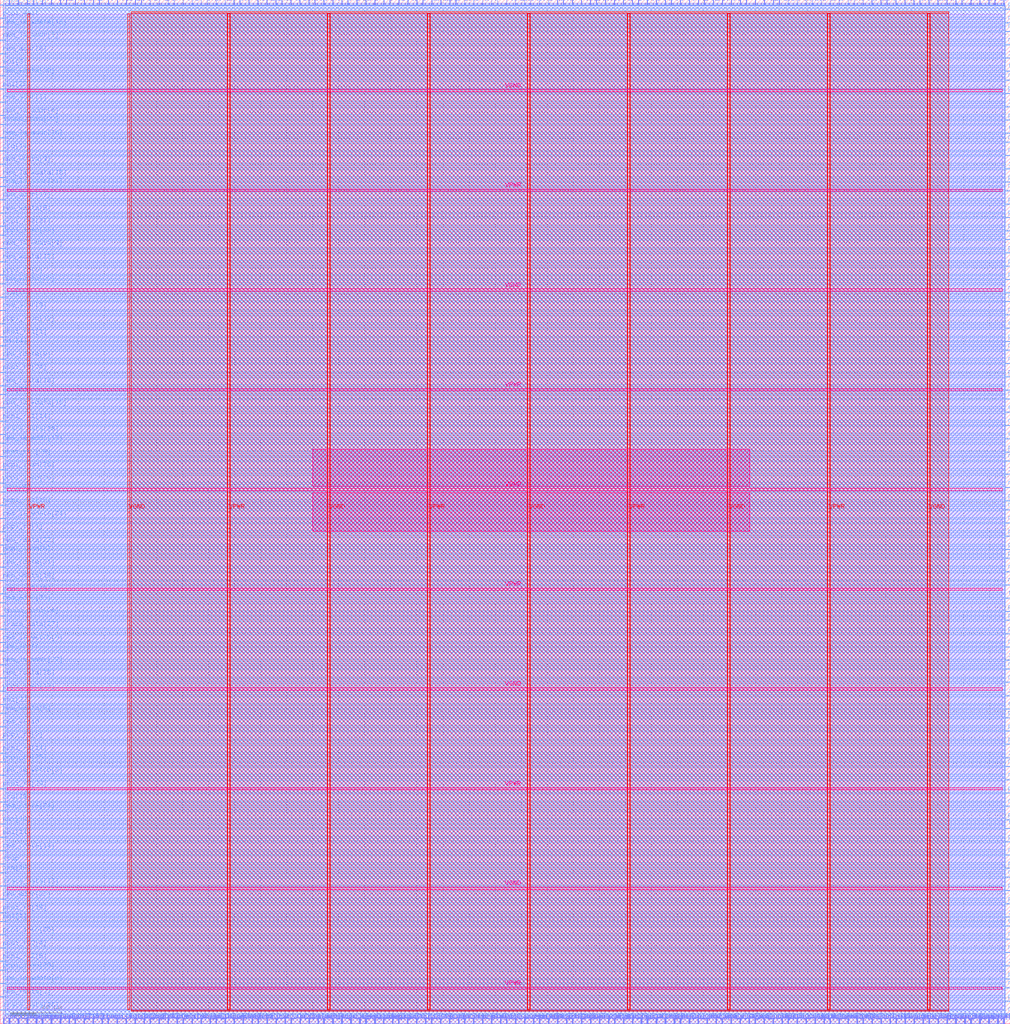
<source format=lef>
VERSION 5.7 ;
  NOWIREEXTENSIONATPIN ON ;
  DIVIDERCHAR "/" ;
  BUSBITCHARS "[]" ;
MACRO picorv32a
  CLASS BLOCK ;
  FOREIGN picorv32a ;
  ORIGIN 0.000 0.000 ;
  SIZE 775.555 BY 786.275 ;
  PIN clk
    DIRECTION INPUT ;
    USE SIGNAL ;
    PORT
      LAYER met2 ;
        RECT 676.290 782.275 676.570 786.275 ;
    END
  END clk
  PIN eoi[0]
    DIRECTION OUTPUT TRISTATE ;
    USE SIGNAL ;
    PORT
      LAYER met2 ;
        RECT 236.990 782.275 237.270 786.275 ;
    END
  END eoi[0]
  PIN eoi[10]
    DIRECTION OUTPUT TRISTATE ;
    USE SIGNAL ;
    PORT
      LAYER met3 ;
        RECT 771.555 241.440 775.555 242.040 ;
    END
  END eoi[10]
  PIN eoi[11]
    DIRECTION OUTPUT TRISTATE ;
    USE SIGNAL ;
    PORT
      LAYER met2 ;
        RECT 89.790 782.275 90.070 786.275 ;
    END
  END eoi[11]
  PIN eoi[12]
    DIRECTION OUTPUT TRISTATE ;
    USE SIGNAL ;
    PORT
      LAYER met2 ;
        RECT 223.190 782.275 223.470 786.275 ;
    END
  END eoi[12]
  PIN eoi[13]
    DIRECTION OUTPUT TRISTATE ;
    USE SIGNAL ;
    PORT
      LAYER met3 ;
        RECT 771.555 448.840 775.555 449.440 ;
    END
  END eoi[13]
  PIN eoi[14]
    DIRECTION OUTPUT TRISTATE ;
    USE SIGNAL ;
    PORT
      LAYER met3 ;
        RECT 0.000 142.840 4.000 143.440 ;
    END
  END eoi[14]
  PIN eoi[15]
    DIRECTION OUTPUT TRISTATE ;
    USE SIGNAL ;
    PORT
      LAYER met2 ;
        RECT 57.590 0.000 57.870 4.000 ;
    END
  END eoi[15]
  PIN eoi[16]
    DIRECTION OUTPUT TRISTATE ;
    USE SIGNAL ;
    PORT
      LAYER met3 ;
        RECT 771.555 74.840 775.555 75.440 ;
    END
  END eoi[16]
  PIN eoi[17]
    DIRECTION OUTPUT TRISTATE ;
    USE SIGNAL ;
    PORT
      LAYER met2 ;
        RECT 650.990 0.000 651.270 4.000 ;
    END
  END eoi[17]
  PIN eoi[18]
    DIRECTION OUTPUT TRISTATE ;
    USE SIGNAL ;
    PORT
      LAYER met3 ;
        RECT 0.000 153.040 4.000 153.640 ;
    END
  END eoi[18]
  PIN eoi[19]
    DIRECTION OUTPUT TRISTATE ;
    USE SIGNAL ;
    PORT
      LAYER met3 ;
        RECT 771.555 533.840 775.555 534.440 ;
    END
  END eoi[19]
  PIN eoi[1]
    DIRECTION OUTPUT TRISTATE ;
    USE SIGNAL ;
    PORT
      LAYER met3 ;
        RECT 0.000 78.240 4.000 78.840 ;
    END
  END eoi[1]
  PIN eoi[20]
    DIRECTION OUTPUT TRISTATE ;
    USE SIGNAL ;
    PORT
      LAYER met2 ;
        RECT 713.090 0.000 713.370 4.000 ;
    END
  END eoi[20]
  PIN eoi[21]
    DIRECTION OUTPUT TRISTATE ;
    USE SIGNAL ;
    PORT
      LAYER met2 ;
        RECT 535.990 782.275 536.270 786.275 ;
    END
  END eoi[21]
  PIN eoi[22]
    DIRECTION OUTPUT TRISTATE ;
    USE SIGNAL ;
    PORT
      LAYER met3 ;
        RECT 0.000 244.840 4.000 245.440 ;
    END
  END eoi[22]
  PIN eoi[23]
    DIRECTION OUTPUT TRISTATE ;
    USE SIGNAL ;
    PORT
      LAYER met2 ;
        RECT 740.690 0.000 740.970 4.000 ;
    END
  END eoi[23]
  PIN eoi[24]
    DIRECTION OUTPUT TRISTATE ;
    USE SIGNAL ;
    PORT
      LAYER met3 ;
        RECT 0.000 408.040 4.000 408.640 ;
    END
  END eoi[24]
  PIN eoi[25]
    DIRECTION OUTPUT TRISTATE ;
    USE SIGNAL ;
    PORT
      LAYER met2 ;
        RECT 71.390 0.000 71.670 4.000 ;
    END
  END eoi[25]
  PIN eoi[26]
    DIRECTION OUTPUT TRISTATE ;
    USE SIGNAL ;
    PORT
      LAYER met3 ;
        RECT 0.000 482.840 4.000 483.440 ;
    END
  END eoi[26]
  PIN eoi[27]
    DIRECTION OUTPUT TRISTATE ;
    USE SIGNAL ;
    PORT
      LAYER met2 ;
        RECT 338.190 782.275 338.470 786.275 ;
    END
  END eoi[27]
  PIN eoi[28]
    DIRECTION OUTPUT TRISTATE ;
    USE SIGNAL ;
    PORT
      LAYER met3 ;
        RECT 0.000 717.440 4.000 718.040 ;
    END
  END eoi[28]
  PIN eoi[29]
    DIRECTION OUTPUT TRISTATE ;
    USE SIGNAL ;
    PORT
      LAYER met2 ;
        RECT 108.190 782.275 108.470 786.275 ;
    END
  END eoi[29]
  PIN eoi[2]
    DIRECTION OUTPUT TRISTATE ;
    USE SIGNAL ;
    PORT
      LAYER met2 ;
        RECT 765.990 0.000 766.270 4.000 ;
    END
  END eoi[2]
  PIN eoi[30]
    DIRECTION OUTPUT TRISTATE ;
    USE SIGNAL ;
    PORT
      LAYER met2 ;
        RECT 179.490 0.000 179.770 4.000 ;
    END
  END eoi[30]
  PIN eoi[31]
    DIRECTION OUTPUT TRISTATE ;
    USE SIGNAL ;
    PORT
      LAYER met2 ;
        RECT 345.090 0.000 345.370 4.000 ;
    END
  END eoi[31]
  PIN eoi[3]
    DIRECTION OUTPUT TRISTATE ;
    USE SIGNAL ;
    PORT
      LAYER met2 ;
        RECT 575.090 0.000 575.370 4.000 ;
    END
  END eoi[3]
  PIN eoi[4]
    DIRECTION OUTPUT TRISTATE ;
    USE SIGNAL ;
    PORT
      LAYER met3 ;
        RECT 0.000 520.240 4.000 520.840 ;
    END
  END eoi[4]
  PIN eoi[5]
    DIRECTION OUTPUT TRISTATE ;
    USE SIGNAL ;
    PORT
      LAYER met2 ;
        RECT 446.290 782.275 446.570 786.275 ;
    END
  END eoi[5]
  PIN eoi[6]
    DIRECTION OUTPUT TRISTATE ;
    USE SIGNAL ;
    PORT
      LAYER met3 ;
        RECT 771.555 469.240 775.555 469.840 ;
    END
  END eoi[6]
  PIN eoi[7]
    DIRECTION OUTPUT TRISTATE ;
    USE SIGNAL ;
    PORT
      LAYER met2 ;
        RECT 193.290 0.000 193.570 4.000 ;
    END
  END eoi[7]
  PIN eoi[8]
    DIRECTION OUTPUT TRISTATE ;
    USE SIGNAL ;
    PORT
      LAYER met3 ;
        RECT 0.000 734.440 4.000 735.040 ;
    END
  END eoi[8]
  PIN eoi[9]
    DIRECTION OUTPUT TRISTATE ;
    USE SIGNAL ;
    PORT
      LAYER met2 ;
        RECT 216.290 782.275 216.570 786.275 ;
    END
  END eoi[9]
  PIN irq[0]
    DIRECTION INPUT ;
    USE SIGNAL ;
    PORT
      LAYER met3 ;
        RECT 771.555 421.640 775.555 422.240 ;
    END
  END irq[0]
  PIN irq[10]
    DIRECTION INPUT ;
    USE SIGNAL ;
    PORT
      LAYER met2 ;
        RECT 701.590 782.275 701.870 786.275 ;
    END
  END irq[10]
  PIN irq[11]
    DIRECTION INPUT ;
    USE SIGNAL ;
    PORT
      LAYER met3 ;
        RECT 771.555 278.840 775.555 279.440 ;
    END
  END irq[11]
  PIN irq[12]
    DIRECTION INPUT ;
    USE SIGNAL ;
    PORT
      LAYER met2 ;
        RECT 57.590 782.275 57.870 786.275 ;
    END
  END irq[12]
  PIN irq[13]
    DIRECTION INPUT ;
    USE SIGNAL ;
    PORT
      LAYER met2 ;
        RECT 388.790 782.275 389.070 786.275 ;
    END
  END irq[13]
  PIN irq[14]
    DIRECTION INPUT ;
    USE SIGNAL ;
    PORT
      LAYER met3 ;
        RECT 0.000 669.840 4.000 670.440 ;
    END
  END irq[14]
  PIN irq[15]
    DIRECTION INPUT ;
    USE SIGNAL ;
    PORT
      LAYER met3 ;
        RECT 771.555 656.240 775.555 656.840 ;
    END
  END irq[15]
  PIN irq[16]
    DIRECTION INPUT ;
    USE SIGNAL ;
    PORT
      LAYER met2 ;
        RECT 434.790 0.000 435.070 4.000 ;
    END
  END irq[16]
  PIN irq[17]
    DIRECTION INPUT ;
    USE SIGNAL ;
    PORT
      LAYER met2 ;
        RECT 683.190 0.000 683.470 4.000 ;
    END
  END irq[17]
  PIN irq[18]
    DIRECTION INPUT ;
    USE SIGNAL ;
    PORT
      LAYER met3 ;
        RECT 0.000 115.640 4.000 116.240 ;
    END
  END irq[18]
  PIN irq[19]
    DIRECTION INPUT ;
    USE SIGNAL ;
    PORT
      LAYER met3 ;
        RECT 0.000 170.040 4.000 170.640 ;
    END
  END irq[19]
  PIN irq[1]
    DIRECTION INPUT ;
    USE SIGNAL ;
    PORT
      LAYER met2 ;
        RECT 349.690 782.275 349.970 786.275 ;
    END
  END irq[1]
  PIN irq[20]
    DIRECTION INPUT ;
    USE SIGNAL ;
    PORT
      LAYER met2 ;
        RECT 618.790 782.275 619.070 786.275 ;
    END
  END irq[20]
  PIN irq[21]
    DIRECTION INPUT ;
    USE SIGNAL ;
    PORT
      LAYER met2 ;
        RECT 485.390 782.275 485.670 786.275 ;
    END
  END irq[21]
  PIN irq[22]
    DIRECTION INPUT ;
    USE SIGNAL ;
    PORT
      LAYER met2 ;
        RECT 115.090 0.000 115.370 4.000 ;
    END
  END irq[22]
  PIN irq[23]
    DIRECTION INPUT ;
    USE SIGNAL ;
    PORT
      LAYER met2 ;
        RECT 326.690 0.000 326.970 4.000 ;
    END
  END irq[23]
  PIN irq[24]
    DIRECTION INPUT ;
    USE SIGNAL ;
    PORT
      LAYER met2 ;
        RECT 154.190 782.275 154.470 786.275 ;
    END
  END irq[24]
  PIN irq[25]
    DIRECTION INPUT ;
    USE SIGNAL ;
    PORT
      LAYER met2 ;
        RECT 535.990 0.000 536.270 4.000 ;
    END
  END irq[25]
  PIN irq[26]
    DIRECTION INPUT ;
    USE SIGNAL ;
    PORT
      LAYER met3 ;
        RECT 0.000 557.640 4.000 558.240 ;
    END
  END irq[26]
  PIN irq[27]
    DIRECTION INPUT ;
    USE SIGNAL ;
    PORT
      LAYER met3 ;
        RECT 771.555 741.240 775.555 741.840 ;
    END
  END irq[27]
  PIN irq[28]
    DIRECTION INPUT ;
    USE SIGNAL ;
    PORT
      LAYER met3 ;
        RECT 771.555 703.840 775.555 704.440 ;
    END
  END irq[28]
  PIN irq[29]
    DIRECTION INPUT ;
    USE SIGNAL ;
    PORT
      LAYER met3 ;
        RECT 771.555 251.640 775.555 252.240 ;
    END
  END irq[29]
  PIN irq[2]
    DIRECTION INPUT ;
    USE SIGNAL ;
    PORT
      LAYER met3 ;
        RECT 771.555 204.040 775.555 204.640 ;
    END
  END irq[2]
  PIN irq[30]
    DIRECTION INPUT ;
    USE SIGNAL ;
    PORT
      LAYER met2 ;
        RECT 262.290 782.275 262.570 786.275 ;
    END
  END irq[30]
  PIN irq[31]
    DIRECTION INPUT ;
    USE SIGNAL ;
    PORT
      LAYER met3 ;
        RECT 771.555 601.840 775.555 602.440 ;
    END
  END irq[31]
  PIN irq[3]
    DIRECTION INPUT ;
    USE SIGNAL ;
    PORT
      LAYER met2 ;
        RECT 197.890 782.275 198.170 786.275 ;
    END
  END irq[3]
  PIN irq[4]
    DIRECTION INPUT ;
    USE SIGNAL ;
    PORT
      LAYER met3 ;
        RECT 771.555 81.640 775.555 82.240 ;
    END
  END irq[4]
  PIN irq[5]
    DIRECTION INPUT ;
    USE SIGNAL ;
    PORT
      LAYER met2 ;
        RECT 370.390 0.000 370.670 4.000 ;
    END
  END irq[5]
  PIN irq[6]
    DIRECTION INPUT ;
    USE SIGNAL ;
    PORT
      LAYER met3 ;
        RECT 771.555 44.240 775.555 44.840 ;
    END
  END irq[6]
  PIN irq[7]
    DIRECTION INPUT ;
    USE SIGNAL ;
    PORT
      LAYER met2 ;
        RECT 738.390 782.275 738.670 786.275 ;
    END
  END irq[7]
  PIN irq[8]
    DIRECTION INPUT ;
    USE SIGNAL ;
    PORT
      LAYER met2 ;
        RECT 236.990 0.000 237.270 4.000 ;
    END
  END irq[8]
  PIN irq[9]
    DIRECTION INPUT ;
    USE SIGNAL ;
    PORT
      LAYER met2 ;
        RECT 657.890 0.000 658.170 4.000 ;
    END
  END irq[9]
  PIN mem_addr[0]
    DIRECTION OUTPUT TRISTATE ;
    USE SIGNAL ;
    PORT
      LAYER met3 ;
        RECT 0.000 744.640 4.000 745.240 ;
    END
  END mem_addr[0]
  PIN mem_addr[10]
    DIRECTION OUTPUT TRISTATE ;
    USE SIGNAL ;
    PORT
      LAYER met2 ;
        RECT 140.390 782.275 140.670 786.275 ;
    END
  END mem_addr[10]
  PIN mem_addr[11]
    DIRECTION OUTPUT TRISTATE ;
    USE SIGNAL ;
    PORT
      LAYER met2 ;
        RECT 719.990 0.000 720.270 4.000 ;
    END
  END mem_addr[11]
  PIN mem_addr[12]
    DIRECTION OUTPUT TRISTATE ;
    USE SIGNAL ;
    PORT
      LAYER met3 ;
        RECT 771.555 506.640 775.555 507.240 ;
    END
  END mem_addr[12]
  PIN mem_addr[13]
    DIRECTION OUTPUT TRISTATE ;
    USE SIGNAL ;
    PORT
      LAYER met3 ;
        RECT 771.555 336.640 775.555 337.240 ;
    END
  END mem_addr[13]
  PIN mem_addr[14]
    DIRECTION OUTPUT TRISTATE ;
    USE SIGNAL ;
    PORT
      LAYER met2 ;
        RECT 39.190 0.000 39.470 4.000 ;
    END
  END mem_addr[14]
  PIN mem_addr[15]
    DIRECTION OUTPUT TRISTATE ;
    USE SIGNAL ;
    PORT
      LAYER met2 ;
        RECT 351.990 0.000 352.270 4.000 ;
    END
  END mem_addr[15]
  PIN mem_addr[16]
    DIRECTION OUTPUT TRISTATE ;
    USE SIGNAL ;
    PORT
      LAYER met2 ;
        RECT 402.590 782.275 402.870 786.275 ;
    END
  END mem_addr[16]
  PIN mem_addr[17]
    DIRECTION OUTPUT TRISTATE ;
    USE SIGNAL ;
    PORT
      LAYER met3 ;
        RECT 0.000 632.440 4.000 633.040 ;
    END
  END mem_addr[17]
  PIN mem_addr[18]
    DIRECTION OUTPUT TRISTATE ;
    USE SIGNAL ;
    PORT
      LAYER met2 ;
        RECT 687.790 782.275 688.070 786.275 ;
    END
  END mem_addr[18]
  PIN mem_addr[19]
    DIRECTION OUTPUT TRISTATE ;
    USE SIGNAL ;
    PORT
      LAYER met2 ;
        RECT 255.390 0.000 255.670 4.000 ;
    END
  END mem_addr[19]
  PIN mem_addr[1]
    DIRECTION OUTPUT TRISTATE ;
    USE SIGNAL ;
    PORT
      LAYER met3 ;
        RECT 0.000 707.240 4.000 707.840 ;
    END
  END mem_addr[1]
  PIN mem_addr[20]
    DIRECTION OUTPUT TRISTATE ;
    USE SIGNAL ;
    PORT
      LAYER met2 ;
        RECT 568.190 782.275 568.470 786.275 ;
    END
  END mem_addr[20]
  PIN mem_addr[21]
    DIRECTION OUTPUT TRISTATE ;
    USE SIGNAL ;
    PORT
      LAYER met3 ;
        RECT 771.555 166.640 775.555 167.240 ;
    END
  END mem_addr[21]
  PIN mem_addr[22]
    DIRECTION OUTPUT TRISTATE ;
    USE SIGNAL ;
    PORT
      LAYER met2 ;
        RECT 377.290 782.275 377.570 786.275 ;
    END
  END mem_addr[22]
  PIN mem_addr[23]
    DIRECTION OUTPUT TRISTATE ;
    USE SIGNAL ;
    PORT
      LAYER met3 ;
        RECT 0.000 95.240 4.000 95.840 ;
    END
  END mem_addr[23]
  PIN mem_addr[24]
    DIRECTION OUTPUT TRISTATE ;
    USE SIGNAL ;
    PORT
      LAYER met2 ;
        RECT 20.790 0.000 21.070 4.000 ;
    END
  END mem_addr[24]
  PIN mem_addr[25]
    DIRECTION OUTPUT TRISTATE ;
    USE SIGNAL ;
    PORT
      LAYER met3 ;
        RECT 771.555 411.440 775.555 412.040 ;
    END
  END mem_addr[25]
  PIN mem_addr[26]
    DIRECTION OUTPUT TRISTATE ;
    USE SIGNAL ;
    PORT
      LAYER met2 ;
        RECT 733.790 782.275 734.070 786.275 ;
    END
  END mem_addr[26]
  PIN mem_addr[27]
    DIRECTION OUTPUT TRISTATE ;
    USE SIGNAL ;
    PORT
      LAYER met2 ;
        RECT 248.490 782.275 248.770 786.275 ;
    END
  END mem_addr[27]
  PIN mem_addr[28]
    DIRECTION OUTPUT TRISTATE ;
    USE SIGNAL ;
    PORT
      LAYER met3 ;
        RECT 771.555 64.640 775.555 65.240 ;
    END
  END mem_addr[28]
  PIN mem_addr[29]
    DIRECTION OUTPUT TRISTATE ;
    USE SIGNAL ;
    PORT
      LAYER met3 ;
        RECT 771.555 346.840 775.555 347.440 ;
    END
  END mem_addr[29]
  PIN mem_addr[2]
    DIRECTION OUTPUT TRISTATE ;
    USE SIGNAL ;
    PORT
      LAYER met2 ;
        RECT 319.790 782.275 320.070 786.275 ;
    END
  END mem_addr[2]
  PIN mem_addr[30]
    DIRECTION OUTPUT TRISTATE ;
    USE SIGNAL ;
    PORT
      LAYER met3 ;
        RECT 0.000 323.040 4.000 323.640 ;
    END
  END mem_addr[30]
  PIN mem_addr[31]
    DIRECTION OUTPUT TRISTATE ;
    USE SIGNAL ;
    PORT
      LAYER met2 ;
        RECT 579.690 0.000 579.970 4.000 ;
    END
  END mem_addr[31]
  PIN mem_addr[3]
    DIRECTION OUTPUT TRISTATE ;
    USE SIGNAL ;
    PORT
      LAYER met2 ;
        RECT 464.690 782.275 464.970 786.275 ;
    END
  END mem_addr[3]
  PIN mem_addr[4]
    DIRECTION OUTPUT TRISTATE ;
    USE SIGNAL ;
    PORT
      LAYER met2 ;
        RECT 248.490 0.000 248.770 4.000 ;
    END
  END mem_addr[4]
  PIN mem_addr[5]
    DIRECTION OUTPUT TRISTATE ;
    USE SIGNAL ;
    PORT
      LAYER met2 ;
        RECT 186.390 0.000 186.670 4.000 ;
    END
  END mem_addr[5]
  PIN mem_addr[6]
    DIRECTION OUTPUT TRISTATE ;
    USE SIGNAL ;
    PORT
      LAYER met2 ;
        RECT 759.090 782.275 759.370 786.275 ;
    END
  END mem_addr[6]
  PIN mem_addr[7]
    DIRECTION OUTPUT TRISTATE ;
    USE SIGNAL ;
    PORT
      LAYER met2 ;
        RECT 540.590 782.275 540.870 786.275 ;
    END
  END mem_addr[7]
  PIN mem_addr[8]
    DIRECTION OUTPUT TRISTATE ;
    USE SIGNAL ;
    PORT
      LAYER met2 ;
        RECT 492.290 0.000 492.570 4.000 ;
    END
  END mem_addr[8]
  PIN mem_addr[9]
    DIRECTION OUTPUT TRISTATE ;
    USE SIGNAL ;
    PORT
      LAYER met3 ;
        RECT 0.000 547.440 4.000 548.040 ;
    END
  END mem_addr[9]
  PIN mem_instr
    DIRECTION OUTPUT TRISTATE ;
    USE SIGNAL ;
    PORT
      LAYER met3 ;
        RECT 0.000 285.640 4.000 286.240 ;
    END
  END mem_instr
  PIN mem_la_addr[0]
    DIRECTION OUTPUT TRISTATE ;
    USE SIGNAL ;
    PORT
      LAYER met3 ;
        RECT 771.555 639.240 775.555 639.840 ;
    END
  END mem_la_addr[0]
  PIN mem_la_addr[10]
    DIRECTION OUTPUT TRISTATE ;
    USE SIGNAL ;
    PORT
      LAYER met2 ;
        RECT 305.990 782.275 306.270 786.275 ;
    END
  END mem_la_addr[10]
  PIN mem_la_addr[11]
    DIRECTION OUTPUT TRISTATE ;
    USE SIGNAL ;
    PORT
      LAYER met3 ;
        RECT 771.555 394.440 775.555 395.040 ;
    END
  END mem_la_addr[11]
  PIN mem_la_addr[12]
    DIRECTION OUTPUT TRISTATE ;
    USE SIGNAL ;
    PORT
      LAYER met2 ;
        RECT 427.890 0.000 428.170 4.000 ;
    END
  END mem_la_addr[12]
  PIN mem_la_addr[13]
    DIRECTION OUTPUT TRISTATE ;
    USE SIGNAL ;
    PORT
      LAYER met2 ;
        RECT 561.290 782.275 561.570 786.275 ;
    END
  END mem_la_addr[13]
  PIN mem_la_addr[14]
    DIRECTION OUTPUT TRISTATE ;
    USE SIGNAL ;
    PORT
      LAYER met2 ;
        RECT 759.090 0.000 759.370 4.000 ;
    END
  END mem_la_addr[14]
  PIN mem_la_addr[15]
    DIRECTION OUTPUT TRISTATE ;
    USE SIGNAL ;
    PORT
      LAYER met2 ;
        RECT 384.190 0.000 384.470 4.000 ;
    END
  END mem_la_addr[15]
  PIN mem_la_addr[16]
    DIRECTION OUTPUT TRISTATE ;
    USE SIGNAL ;
    PORT
      LAYER met3 ;
        RECT 0.000 680.040 4.000 680.640 ;
    END
  END mem_la_addr[16]
  PIN mem_la_addr[17]
    DIRECTION OUTPUT TRISTATE ;
    USE SIGNAL ;
    PORT
      LAYER met3 ;
        RECT 0.000 445.440 4.000 446.040 ;
    END
  END mem_la_addr[17]
  PIN mem_la_addr[18]
    DIRECTION OUTPUT TRISTATE ;
    USE SIGNAL ;
    PORT
      LAYER met2 ;
        RECT 600.390 0.000 600.670 4.000 ;
    END
  END mem_la_addr[18]
  PIN mem_la_addr[19]
    DIRECTION OUTPUT TRISTATE ;
    USE SIGNAL ;
    PORT
      LAYER met2 ;
        RECT 370.390 782.275 370.670 786.275 ;
    END
  END mem_la_addr[19]
  PIN mem_la_addr[1]
    DIRECTION OUTPUT TRISTATE ;
    USE SIGNAL ;
    PORT
      LAYER met3 ;
        RECT 0.000 754.840 4.000 755.440 ;
    END
  END mem_la_addr[1]
  PIN mem_la_addr[20]
    DIRECTION OUTPUT TRISTATE ;
    USE SIGNAL ;
    PORT
      LAYER met2 ;
        RECT 708.490 0.000 708.770 4.000 ;
    END
  END mem_la_addr[20]
  PIN mem_la_addr[21]
    DIRECTION OUTPUT TRISTATE ;
    USE SIGNAL ;
    PORT
      LAYER met3 ;
        RECT 0.000 642.640 4.000 643.240 ;
    END
  END mem_la_addr[21]
  PIN mem_la_addr[22]
    DIRECTION OUTPUT TRISTATE ;
    USE SIGNAL ;
    PORT
      LAYER met2 ;
        RECT 82.890 782.275 83.170 786.275 ;
    END
  END mem_la_addr[22]
  PIN mem_la_addr[23]
    DIRECTION OUTPUT TRISTATE ;
    USE SIGNAL ;
    PORT
      LAYER met3 ;
        RECT 771.555 197.240 775.555 197.840 ;
    END
  END mem_la_addr[23]
  PIN mem_la_addr[24]
    DIRECTION OUTPUT TRISTATE ;
    USE SIGNAL ;
    PORT
      LAYER met2 ;
        RECT 752.190 782.275 752.470 786.275 ;
    END
  END mem_la_addr[24]
  PIN mem_la_addr[25]
    DIRECTION OUTPUT TRISTATE ;
    USE SIGNAL ;
    PORT
      LAYER met2 ;
        RECT 586.590 0.000 586.870 4.000 ;
    END
  END mem_la_addr[25]
  PIN mem_la_addr[26]
    DIRECTION OUTPUT TRISTATE ;
    USE SIGNAL ;
    PORT
      LAYER met2 ;
        RECT 96.690 0.000 96.970 4.000 ;
    END
  END mem_la_addr[26]
  PIN mem_la_addr[27]
    DIRECTION OUTPUT TRISTATE ;
    USE SIGNAL ;
    PORT
      LAYER met3 ;
        RECT 0.000 275.440 4.000 276.040 ;
    END
  END mem_la_addr[27]
  PIN mem_la_addr[28]
    DIRECTION OUTPUT TRISTATE ;
    USE SIGNAL ;
    PORT
      LAYER met2 ;
        RECT 299.090 782.275 299.370 786.275 ;
    END
  END mem_la_addr[28]
  PIN mem_la_addr[29]
    DIRECTION OUTPUT TRISTATE ;
    USE SIGNAL ;
    PORT
      LAYER met3 ;
        RECT 771.555 724.240 775.555 724.840 ;
    END
  END mem_la_addr[29]
  PIN mem_la_addr[2]
    DIRECTION OUTPUT TRISTATE ;
    USE SIGNAL ;
    PORT
      LAYER met2 ;
        RECT 604.990 782.275 605.270 786.275 ;
    END
  END mem_la_addr[2]
  PIN mem_la_addr[30]
    DIRECTION OUTPUT TRISTATE ;
    USE SIGNAL ;
    PORT
      LAYER met2 ;
        RECT 165.690 782.275 165.970 786.275 ;
    END
  END mem_la_addr[30]
  PIN mem_la_addr[31]
    DIRECTION OUTPUT TRISTATE ;
    USE SIGNAL ;
    PORT
      LAYER met2 ;
        RECT 522.190 0.000 522.470 4.000 ;
    END
  END mem_la_addr[31]
  PIN mem_la_addr[3]
    DIRECTION OUTPUT TRISTATE ;
    USE SIGNAL ;
    PORT
      LAYER met2 ;
        RECT 517.590 0.000 517.870 4.000 ;
    END
  END mem_la_addr[3]
  PIN mem_la_addr[4]
    DIRECTION OUTPUT TRISTATE ;
    USE SIGNAL ;
    PORT
      LAYER met3 ;
        RECT 0.000 697.040 4.000 697.640 ;
    END
  END mem_la_addr[4]
  PIN mem_la_addr[5]
    DIRECTION OUTPUT TRISTATE ;
    USE SIGNAL ;
    PORT
      LAYER met3 ;
        RECT 771.555 384.240 775.555 384.840 ;
    END
  END mem_la_addr[5]
  PIN mem_la_addr[6]
    DIRECTION OUTPUT TRISTATE ;
    USE SIGNAL ;
    PORT
      LAYER met2 ;
        RECT 726.890 0.000 727.170 4.000 ;
    END
  END mem_la_addr[6]
  PIN mem_la_addr[7]
    DIRECTION OUTPUT TRISTATE ;
    USE SIGNAL ;
    PORT
      LAYER met3 ;
        RECT 771.555 112.240 775.555 112.840 ;
    END
  END mem_la_addr[7]
  PIN mem_la_addr[8]
    DIRECTION OUTPUT TRISTATE ;
    USE SIGNAL ;
    PORT
      LAYER met3 ;
        RECT 771.555 129.240 775.555 129.840 ;
    END
  END mem_la_addr[8]
  PIN mem_la_addr[9]
    DIRECTION OUTPUT TRISTATE ;
    USE SIGNAL ;
    PORT
      LAYER met2 ;
        RECT 381.890 782.275 382.170 786.275 ;
    END
  END mem_la_addr[9]
  PIN mem_la_read
    DIRECTION OUTPUT TRISTATE ;
    USE SIGNAL ;
    PORT
      LAYER met2 ;
        RECT 630.290 782.275 630.570 786.275 ;
    END
  END mem_la_read
  PIN mem_la_wdata[0]
    DIRECTION OUTPUT TRISTATE ;
    USE SIGNAL ;
    PORT
      LAYER met2 ;
        RECT 478.490 0.000 478.770 4.000 ;
    END
  END mem_la_wdata[0]
  PIN mem_la_wdata[10]
    DIRECTION OUTPUT TRISTATE ;
    USE SIGNAL ;
    PORT
      LAYER met2 ;
        RECT 561.290 0.000 561.570 4.000 ;
    END
  END mem_la_wdata[10]
  PIN mem_la_wdata[11]
    DIRECTION OUTPUT TRISTATE ;
    USE SIGNAL ;
    PORT
      LAYER met2 ;
        RECT 503.790 782.275 504.070 786.275 ;
    END
  END mem_la_wdata[11]
  PIN mem_la_wdata[12]
    DIRECTION OUTPUT TRISTATE ;
    USE SIGNAL ;
    PORT
      LAYER met2 ;
        RECT 414.090 0.000 414.370 4.000 ;
    END
  END mem_la_wdata[12]
  PIN mem_la_wdata[13]
    DIRECTION OUTPUT TRISTATE ;
    USE SIGNAL ;
    PORT
      LAYER met2 ;
        RECT 388.790 0.000 389.070 4.000 ;
    END
  END mem_la_wdata[13]
  PIN mem_la_wdata[14]
    DIRECTION OUTPUT TRISTATE ;
    USE SIGNAL ;
    PORT
      LAYER met2 ;
        RECT 13.890 782.275 14.170 786.275 ;
    END
  END mem_la_wdata[14]
  PIN mem_la_wdata[15]
    DIRECTION OUTPUT TRISTATE ;
    USE SIGNAL ;
    PORT
      LAYER met3 ;
        RECT 0.000 472.640 4.000 473.240 ;
    END
  END mem_la_wdata[15]
  PIN mem_la_wdata[16]
    DIRECTION OUTPUT TRISTATE ;
    USE SIGNAL ;
    PORT
      LAYER met3 ;
        RECT 0.000 765.040 4.000 765.640 ;
    END
  END mem_la_wdata[16]
  PIN mem_la_wdata[17]
    DIRECTION OUTPUT TRISTATE ;
    USE SIGNAL ;
    PORT
      LAYER met3 ;
        RECT 771.555 431.840 775.555 432.440 ;
    END
  END mem_la_wdata[17]
  PIN mem_la_wdata[18]
    DIRECTION OUTPUT TRISTATE ;
    USE SIGNAL ;
    PORT
      LAYER met3 ;
        RECT 0.000 649.440 4.000 650.040 ;
    END
  END mem_la_wdata[18]
  PIN mem_la_wdata[19]
    DIRECTION OUTPUT TRISTATE ;
    USE SIGNAL ;
    PORT
      LAYER met3 ;
        RECT 771.555 479.440 775.555 480.040 ;
    END
  END mem_la_wdata[19]
  PIN mem_la_wdata[1]
    DIRECTION OUTPUT TRISTATE ;
    USE SIGNAL ;
    PORT
      LAYER met2 ;
        RECT 414.090 782.275 414.370 786.275 ;
    END
  END mem_la_wdata[1]
  PIN mem_la_wdata[20]
    DIRECTION OUTPUT TRISTATE ;
    USE SIGNAL ;
    PORT
      LAYER met2 ;
        RECT 262.290 0.000 262.570 4.000 ;
    END
  END mem_la_wdata[20]
  PIN mem_la_wdata[21]
    DIRECTION OUTPUT TRISTATE ;
    USE SIGNAL ;
    PORT
      LAYER met3 ;
        RECT 771.555 459.040 775.555 459.640 ;
    END
  END mem_la_wdata[21]
  PIN mem_la_wdata[22]
    DIRECTION OUTPUT TRISTATE ;
    USE SIGNAL ;
    PORT
      LAYER met3 ;
        RECT 771.555 554.240 775.555 554.840 ;
    END
  END mem_la_wdata[22]
  PIN mem_la_wdata[23]
    DIRECTION OUTPUT TRISTATE ;
    USE SIGNAL ;
    PORT
      LAYER met2 ;
        RECT 662.490 782.275 662.770 786.275 ;
    END
  END mem_la_wdata[23]
  PIN mem_la_wdata[24]
    DIRECTION OUTPUT TRISTATE ;
    USE SIGNAL ;
    PORT
      LAYER met3 ;
        RECT 0.000 387.640 4.000 388.240 ;
    END
  END mem_la_wdata[24]
  PIN mem_la_wdata[25]
    DIRECTION OUTPUT TRISTATE ;
    USE SIGNAL ;
    PORT
      LAYER met2 ;
        RECT 733.790 0.000 734.070 4.000 ;
    END
  END mem_la_wdata[25]
  PIN mem_la_wdata[26]
    DIRECTION OUTPUT TRISTATE ;
    USE SIGNAL ;
    PORT
      LAYER met3 ;
        RECT 771.555 6.840 775.555 7.440 ;
    END
  END mem_la_wdata[26]
  PIN mem_la_wdata[27]
    DIRECTION OUTPUT TRISTATE ;
    USE SIGNAL ;
    PORT
      LAYER met2 ;
        RECT 161.090 0.000 161.370 4.000 ;
    END
  END mem_la_wdata[27]
  PIN mem_la_wdata[28]
    DIRECTION OUTPUT TRISTATE ;
    USE SIGNAL ;
    PORT
      LAYER met2 ;
        RECT 241.590 782.275 241.870 786.275 ;
    END
  END mem_la_wdata[28]
  PIN mem_la_wdata[29]
    DIRECTION OUTPUT TRISTATE ;
    USE SIGNAL ;
    PORT
      LAYER met3 ;
        RECT 771.555 261.840 775.555 262.440 ;
    END
  END mem_la_wdata[29]
  PIN mem_la_wdata[2]
    DIRECTION OUTPUT TRISTATE ;
    USE SIGNAL ;
    PORT
      LAYER met2 ;
        RECT 280.690 0.000 280.970 4.000 ;
    END
  END mem_la_wdata[2]
  PIN mem_la_wdata[30]
    DIRECTION OUTPUT TRISTATE ;
    USE SIGNAL ;
    PORT
      LAYER met3 ;
        RECT 771.555 54.440 775.555 55.040 ;
    END
  END mem_la_wdata[30]
  PIN mem_la_wdata[31]
    DIRECTION OUTPUT TRISTATE ;
    USE SIGNAL ;
    PORT
      LAYER met2 ;
        RECT 294.490 782.275 294.770 786.275 ;
    END
  END mem_la_wdata[31]
  PIN mem_la_wdata[3]
    DIRECTION OUTPUT TRISTATE ;
    USE SIGNAL ;
    PORT
      LAYER met3 ;
        RECT 0.000 595.040 4.000 595.640 ;
    END
  END mem_la_wdata[3]
  PIN mem_la_wdata[4]
    DIRECTION OUTPUT TRISTATE ;
    USE SIGNAL ;
    PORT
      LAYER met2 ;
        RECT 427.890 782.275 428.170 786.275 ;
    END
  END mem_la_wdata[4]
  PIN mem_la_wdata[5]
    DIRECTION OUTPUT TRISTATE ;
    USE SIGNAL ;
    PORT
      LAYER met3 ;
        RECT 771.555 486.240 775.555 486.840 ;
    END
  END mem_la_wdata[5]
  PIN mem_la_wdata[6]
    DIRECTION OUTPUT TRISTATE ;
    USE SIGNAL ;
    PORT
      LAYER met3 ;
        RECT 0.000 30.640 4.000 31.240 ;
    END
  END mem_la_wdata[6]
  PIN mem_la_wdata[7]
    DIRECTION OUTPUT TRISTATE ;
    USE SIGNAL ;
    PORT
      LAYER met2 ;
        RECT 680.890 782.275 681.170 786.275 ;
    END
  END mem_la_wdata[7]
  PIN mem_la_wdata[8]
    DIRECTION OUTPUT TRISTATE ;
    USE SIGNAL ;
    PORT
      LAYER met2 ;
        RECT 356.590 782.275 356.870 786.275 ;
    END
  END mem_la_wdata[8]
  PIN mem_la_wdata[9]
    DIRECTION OUTPUT TRISTATE ;
    USE SIGNAL ;
    PORT
      LAYER met2 ;
        RECT 669.390 0.000 669.670 4.000 ;
    END
  END mem_la_wdata[9]
  PIN mem_la_write
    DIRECTION OUTPUT TRISTATE ;
    USE SIGNAL ;
    PORT
      LAYER met2 ;
        RECT 6.990 0.000 7.270 4.000 ;
    END
  END mem_la_write
  PIN mem_la_wstrb[0]
    DIRECTION OUTPUT TRISTATE ;
    USE SIGNAL ;
    PORT
      LAYER met3 ;
        RECT 0.000 292.440 4.000 293.040 ;
    END
  END mem_la_wstrb[0]
  PIN mem_la_wstrb[1]
    DIRECTION OUTPUT TRISTATE ;
    USE SIGNAL ;
    PORT
      LAYER met2 ;
        RECT 547.490 782.275 547.770 786.275 ;
    END
  END mem_la_wstrb[1]
  PIN mem_la_wstrb[2]
    DIRECTION OUTPUT TRISTATE ;
    USE SIGNAL ;
    PORT
      LAYER met3 ;
        RECT 0.000 190.440 4.000 191.040 ;
    END
  END mem_la_wstrb[2]
  PIN mem_la_wstrb[3]
    DIRECTION OUTPUT TRISTATE ;
    USE SIGNAL ;
    PORT
      LAYER met2 ;
        RECT 276.090 0.000 276.370 4.000 ;
    END
  END mem_la_wstrb[3]
  PIN mem_rdata[0]
    DIRECTION INPUT ;
    USE SIGNAL ;
    PORT
      LAYER met2 ;
        RECT 32.290 0.000 32.570 4.000 ;
    END
  END mem_rdata[0]
  PIN mem_rdata[10]
    DIRECTION INPUT ;
    USE SIGNAL ;
    PORT
      LAYER met3 ;
        RECT 0.000 489.640 4.000 490.240 ;
    END
  END mem_rdata[10]
  PIN mem_rdata[11]
    DIRECTION INPUT ;
    USE SIGNAL ;
    PORT
      LAYER met2 ;
        RECT 471.590 0.000 471.870 4.000 ;
    END
  END mem_rdata[11]
  PIN mem_rdata[12]
    DIRECTION INPUT ;
    USE SIGNAL ;
    PORT
      LAYER met3 ;
        RECT 771.555 768.440 775.555 769.040 ;
    END
  END mem_rdata[12]
  PIN mem_rdata[13]
    DIRECTION INPUT ;
    USE SIGNAL ;
    PORT
      LAYER met2 ;
        RECT 338.190 0.000 338.470 4.000 ;
    END
  END mem_rdata[13]
  PIN mem_rdata[14]
    DIRECTION INPUT ;
    USE SIGNAL ;
    PORT
      LAYER met3 ;
        RECT 0.000 132.640 4.000 133.240 ;
    END
  END mem_rdata[14]
  PIN mem_rdata[15]
    DIRECTION INPUT ;
    USE SIGNAL ;
    PORT
      LAYER met3 ;
        RECT 771.555 761.640 775.555 762.240 ;
    END
  END mem_rdata[15]
  PIN mem_rdata[16]
    DIRECTION INPUT ;
    USE SIGNAL ;
    PORT
      LAYER met2 ;
        RECT 230.090 782.275 230.370 786.275 ;
    END
  END mem_rdata[16]
  PIN mem_rdata[17]
    DIRECTION INPUT ;
    USE SIGNAL ;
    PORT
      LAYER met2 ;
        RECT 75.990 782.275 76.270 786.275 ;
    END
  END mem_rdata[17]
  PIN mem_rdata[18]
    DIRECTION INPUT ;
    USE SIGNAL ;
    PORT
      LAYER met2 ;
        RECT 140.390 0.000 140.670 4.000 ;
    END
  END mem_rdata[18]
  PIN mem_rdata[19]
    DIRECTION INPUT ;
    USE SIGNAL ;
    PORT
      LAYER met3 ;
        RECT 771.555 666.440 775.555 667.040 ;
    END
  END mem_rdata[19]
  PIN mem_rdata[1]
    DIRECTION INPUT ;
    USE SIGNAL ;
    PORT
      LAYER met2 ;
        RECT 662.490 0.000 662.770 4.000 ;
    END
  END mem_rdata[1]
  PIN mem_rdata[20]
    DIRECTION INPUT ;
    USE SIGNAL ;
    PORT
      LAYER met3 ;
        RECT 771.555 27.240 775.555 27.840 ;
    END
  END mem_rdata[20]
  PIN mem_rdata[21]
    DIRECTION INPUT ;
    USE SIGNAL ;
    PORT
      LAYER met3 ;
        RECT 0.000 350.240 4.000 350.840 ;
    END
  END mem_rdata[21]
  PIN mem_rdata[22]
    DIRECTION INPUT ;
    USE SIGNAL ;
    PORT
      LAYER met2 ;
        RECT 529.090 782.275 529.370 786.275 ;
    END
  END mem_rdata[22]
  PIN mem_rdata[23]
    DIRECTION INPUT ;
    USE SIGNAL ;
    PORT
      LAYER met3 ;
        RECT 0.000 367.240 4.000 367.840 ;
    END
  END mem_rdata[23]
  PIN mem_rdata[24]
    DIRECTION INPUT ;
    USE SIGNAL ;
    PORT
      LAYER met3 ;
        RECT 0.000 163.240 4.000 163.840 ;
    END
  END mem_rdata[24]
  PIN mem_rdata[25]
    DIRECTION INPUT ;
    USE SIGNAL ;
    PORT
      LAYER met2 ;
        RECT 510.690 782.275 510.970 786.275 ;
    END
  END mem_rdata[25]
  PIN mem_rdata[26]
    DIRECTION INPUT ;
    USE SIGNAL ;
    PORT
      LAYER met2 ;
        RECT 121.990 782.275 122.270 786.275 ;
    END
  END mem_rdata[26]
  PIN mem_rdata[27]
    DIRECTION INPUT ;
    USE SIGNAL ;
    PORT
      LAYER met2 ;
        RECT 510.690 0.000 510.970 4.000 ;
    END
  END mem_rdata[27]
  PIN mem_rdata[28]
    DIRECTION INPUT ;
    USE SIGNAL ;
    PORT
      LAYER met3 ;
        RECT 0.000 265.240 4.000 265.840 ;
    END
  END mem_rdata[28]
  PIN mem_rdata[29]
    DIRECTION INPUT ;
    USE SIGNAL ;
    PORT
      LAYER met3 ;
        RECT 771.555 272.040 775.555 272.640 ;
    END
  END mem_rdata[29]
  PIN mem_rdata[2]
    DIRECTION INPUT ;
    USE SIGNAL ;
    PORT
      LAYER met2 ;
        RECT 460.090 0.000 460.370 4.000 ;
    END
  END mem_rdata[2]
  PIN mem_rdata[30]
    DIRECTION INPUT ;
    USE SIGNAL ;
    PORT
      LAYER met2 ;
        RECT 719.990 782.275 720.270 786.275 ;
    END
  END mem_rdata[30]
  PIN mem_rdata[31]
    DIRECTION INPUT ;
    USE SIGNAL ;
    PORT
      LAYER met2 ;
        RECT 542.890 0.000 543.170 4.000 ;
    END
  END mem_rdata[31]
  PIN mem_rdata[3]
    DIRECTION INPUT ;
    USE SIGNAL ;
    PORT
      LAYER met3 ;
        RECT 0.000 20.440 4.000 21.040 ;
    END
  END mem_rdata[3]
  PIN mem_rdata[4]
    DIRECTION INPUT ;
    USE SIGNAL ;
    PORT
      LAYER met2 ;
        RECT 598.090 782.275 598.370 786.275 ;
    END
  END mem_rdata[4]
  PIN mem_rdata[5]
    DIRECTION INPUT ;
    USE SIGNAL ;
    PORT
      LAYER met3 ;
        RECT 771.555 751.440 775.555 752.040 ;
    END
  END mem_rdata[5]
  PIN mem_rdata[6]
    DIRECTION INPUT ;
    USE SIGNAL ;
    PORT
      LAYER met2 ;
        RECT 2.390 0.000 2.670 4.000 ;
    END
  END mem_rdata[6]
  PIN mem_rdata[7]
    DIRECTION INPUT ;
    USE SIGNAL ;
    PORT
      LAYER met2 ;
        RECT 115.090 782.275 115.370 786.275 ;
    END
  END mem_rdata[7]
  PIN mem_rdata[8]
    DIRECTION INPUT ;
    USE SIGNAL ;
    PORT
      LAYER met2 ;
        RECT 572.790 782.275 573.070 786.275 ;
    END
  END mem_rdata[8]
  PIN mem_rdata[9]
    DIRECTION INPUT ;
    USE SIGNAL ;
    PORT
      LAYER met3 ;
        RECT 0.000 510.040 4.000 510.640 ;
    END
  END mem_rdata[9]
  PIN mem_ready
    DIRECTION INPUT ;
    USE SIGNAL ;
    PORT
      LAYER met2 ;
        RECT 706.190 782.275 706.470 786.275 ;
    END
  END mem_ready
  PIN mem_valid
    DIRECTION OUTPUT TRISTATE ;
    USE SIGNAL ;
    PORT
      LAYER met3 ;
        RECT 0.000 227.840 4.000 228.440 ;
    END
  END mem_valid
  PIN mem_wdata[0]
    DIRECTION OUTPUT TRISTATE ;
    USE SIGNAL ;
    PORT
      LAYER met3 ;
        RECT 0.000 238.040 4.000 238.640 ;
    END
  END mem_wdata[0]
  PIN mem_wdata[10]
    DIRECTION OUTPUT TRISTATE ;
    USE SIGNAL ;
    PORT
      LAYER met2 ;
        RECT 6.990 782.275 7.270 786.275 ;
    END
  END mem_wdata[10]
  PIN mem_wdata[11]
    DIRECTION OUTPUT TRISTATE ;
    USE SIGNAL ;
    PORT
      LAYER met2 ;
        RECT 669.390 782.275 669.670 786.275 ;
    END
  END mem_wdata[11]
  PIN mem_wdata[12]
    DIRECTION OUTPUT TRISTATE ;
    USE SIGNAL ;
    PORT
      LAYER met3 ;
        RECT 0.000 584.840 4.000 585.440 ;
    END
  END mem_wdata[12]
  PIN mem_wdata[13]
    DIRECTION OUTPUT TRISTATE ;
    USE SIGNAL ;
    PORT
      LAYER met2 ;
        RECT 269.190 0.000 269.470 4.000 ;
    END
  END mem_wdata[13]
  PIN mem_wdata[14]
    DIRECTION OUTPUT TRISTATE ;
    USE SIGNAL ;
    PORT
      LAYER met2 ;
        RECT 489.990 782.275 490.270 786.275 ;
    END
  END mem_wdata[14]
  PIN mem_wdata[15]
    DIRECTION OUTPUT TRISTATE ;
    USE SIGNAL ;
    PORT
      LAYER met3 ;
        RECT 771.555 187.040 775.555 187.640 ;
    END
  END mem_wdata[15]
  PIN mem_wdata[16]
    DIRECTION OUTPUT TRISTATE ;
    USE SIGNAL ;
    PORT
      LAYER met3 ;
        RECT 0.000 340.040 4.000 340.640 ;
    END
  END mem_wdata[16]
  PIN mem_wdata[17]
    DIRECTION OUTPUT TRISTATE ;
    USE SIGNAL ;
    PORT
      LAYER met2 ;
        RECT 184.090 782.275 184.370 786.275 ;
    END
  END mem_wdata[17]
  PIN mem_wdata[18]
    DIRECTION OUTPUT TRISTATE ;
    USE SIGNAL ;
    PORT
      LAYER met2 ;
        RECT 409.490 0.000 409.770 4.000 ;
    END
  END mem_wdata[18]
  PIN mem_wdata[19]
    DIRECTION OUTPUT TRISTATE ;
    USE SIGNAL ;
    PORT
      LAYER met2 ;
        RECT 637.190 0.000 637.470 4.000 ;
    END
  END mem_wdata[19]
  PIN mem_wdata[1]
    DIRECTION OUTPUT TRISTATE ;
    USE SIGNAL ;
    PORT
      LAYER met2 ;
        RECT 172.590 782.275 172.870 786.275 ;
    END
  END mem_wdata[1]
  PIN mem_wdata[20]
    DIRECTION OUTPUT TRISTATE ;
    USE SIGNAL ;
    PORT
      LAYER met3 ;
        RECT 771.555 676.640 775.555 677.240 ;
    END
  END mem_wdata[20]
  PIN mem_wdata[21]
    DIRECTION OUTPUT TRISTATE ;
    USE SIGNAL ;
    PORT
      LAYER met2 ;
        RECT 446.290 0.000 446.570 4.000 ;
    END
  END mem_wdata[21]
  PIN mem_wdata[22]
    DIRECTION OUTPUT TRISTATE ;
    USE SIGNAL ;
    PORT
      LAYER met2 ;
        RECT 363.490 782.275 363.770 786.275 ;
    END
  END mem_wdata[22]
  PIN mem_wdata[23]
    DIRECTION OUTPUT TRISTATE ;
    USE SIGNAL ;
    PORT
      LAYER met2 ;
        RECT 287.590 782.275 287.870 786.275 ;
    END
  END mem_wdata[23]
  PIN mem_wdata[24]
    DIRECTION OUTPUT TRISTATE ;
    USE SIGNAL ;
    PORT
      LAYER met2 ;
        RECT 471.590 782.275 471.870 786.275 ;
    END
  END mem_wdata[24]
  PIN mem_wdata[25]
    DIRECTION OUTPUT TRISTATE ;
    USE SIGNAL ;
    PORT
      LAYER met2 ;
        RECT 280.690 782.275 280.970 786.275 ;
    END
  END mem_wdata[25]
  PIN mem_wdata[26]
    DIRECTION OUTPUT TRISTATE ;
    USE SIGNAL ;
    PORT
      LAYER met2 ;
        RECT 158.790 782.275 159.070 786.275 ;
    END
  END mem_wdata[26]
  PIN mem_wdata[27]
    DIRECTION OUTPUT TRISTATE ;
    USE SIGNAL ;
    PORT
      LAYER met2 ;
        RECT 745.290 0.000 745.570 4.000 ;
    END
  END mem_wdata[27]
  PIN mem_wdata[28]
    DIRECTION OUTPUT TRISTATE ;
    USE SIGNAL ;
    PORT
      LAYER met3 ;
        RECT 771.555 516.840 775.555 517.440 ;
    END
  END mem_wdata[28]
  PIN mem_wdata[29]
    DIRECTION OUTPUT TRISTATE ;
    USE SIGNAL ;
    PORT
      LAYER met3 ;
        RECT 0.000 567.840 4.000 568.440 ;
    END
  END mem_wdata[29]
  PIN mem_wdata[2]
    DIRECTION OUTPUT TRISTATE ;
    USE SIGNAL ;
    PORT
      LAYER met3 ;
        RECT 771.555 544.040 775.555 544.640 ;
    END
  END mem_wdata[2]
  PIN mem_wdata[30]
    DIRECTION OUTPUT TRISTATE ;
    USE SIGNAL ;
    PORT
      LAYER met3 ;
        RECT 0.000 727.640 4.000 728.240 ;
    END
  END mem_wdata[30]
  PIN mem_wdata[31]
    DIRECTION OUTPUT TRISTATE ;
    USE SIGNAL ;
    PORT
      LAYER met2 ;
        RECT 579.690 782.275 579.970 786.275 ;
    END
  END mem_wdata[31]
  PIN mem_wdata[3]
    DIRECTION OUTPUT TRISTATE ;
    USE SIGNAL ;
    PORT
      LAYER met3 ;
        RECT 0.000 659.640 4.000 660.240 ;
    END
  END mem_wdata[3]
  PIN mem_wdata[4]
    DIRECTION OUTPUT TRISTATE ;
    USE SIGNAL ;
    PORT
      LAYER met3 ;
        RECT 771.555 289.040 775.555 289.640 ;
    END
  END mem_wdata[4]
  PIN mem_wdata[5]
    DIRECTION OUTPUT TRISTATE ;
    USE SIGNAL ;
    PORT
      LAYER met3 ;
        RECT 0.000 622.240 4.000 622.840 ;
    END
  END mem_wdata[5]
  PIN mem_wdata[6]
    DIRECTION OUTPUT TRISTATE ;
    USE SIGNAL ;
    PORT
      LAYER met2 ;
        RECT 676.290 0.000 676.570 4.000 ;
    END
  END mem_wdata[6]
  PIN mem_wdata[7]
    DIRECTION OUTPUT TRISTATE ;
    USE SIGNAL ;
    PORT
      LAYER met3 ;
        RECT 771.555 561.040 775.555 561.640 ;
    END
  END mem_wdata[7]
  PIN mem_wdata[8]
    DIRECTION OUTPUT TRISTATE ;
    USE SIGNAL ;
    PORT
      LAYER met2 ;
        RECT 172.590 0.000 172.870 4.000 ;
    END
  END mem_wdata[8]
  PIN mem_wdata[9]
    DIRECTION OUTPUT TRISTATE ;
    USE SIGNAL ;
    PORT
      LAYER met2 ;
        RECT 363.490 0.000 363.770 4.000 ;
    END
  END mem_wdata[9]
  PIN mem_wstrb[0]
    DIRECTION OUTPUT TRISTATE ;
    USE SIGNAL ;
    PORT
      LAYER met2 ;
        RECT 752.190 0.000 752.470 4.000 ;
    END
  END mem_wstrb[0]
  PIN mem_wstrb[1]
    DIRECTION OUTPUT TRISTATE ;
    USE SIGNAL ;
    PORT
      LAYER met2 ;
        RECT 637.190 782.275 637.470 786.275 ;
    END
  END mem_wstrb[1]
  PIN mem_wstrb[2]
    DIRECTION OUTPUT TRISTATE ;
    USE SIGNAL ;
    PORT
      LAYER met2 ;
        RECT 64.490 782.275 64.770 786.275 ;
    END
  END mem_wstrb[2]
  PIN mem_wstrb[3]
    DIRECTION OUTPUT TRISTATE ;
    USE SIGNAL ;
    PORT
      LAYER met2 ;
        RECT 204.790 0.000 205.070 4.000 ;
    END
  END mem_wstrb[3]
  PIN pcpi_insn[0]
    DIRECTION OUTPUT TRISTATE ;
    USE SIGNAL ;
    PORT
      LAYER met2 ;
        RECT 632.590 0.000 632.870 4.000 ;
    END
  END pcpi_insn[0]
  PIN pcpi_insn[10]
    DIRECTION OUTPUT TRISTATE ;
    USE SIGNAL ;
    PORT
      LAYER met2 ;
        RECT 211.690 782.275 211.970 786.275 ;
    END
  END pcpi_insn[10]
  PIN pcpi_insn[11]
    DIRECTION OUTPUT TRISTATE ;
    USE SIGNAL ;
    PORT
      LAYER met2 ;
        RECT 147.290 782.275 147.570 786.275 ;
    END
  END pcpi_insn[11]
  PIN pcpi_insn[12]
    DIRECTION OUTPUT TRISTATE ;
    USE SIGNAL ;
    PORT
      LAYER met3 ;
        RECT 0.000 255.040 4.000 255.640 ;
    END
  END pcpi_insn[12]
  PIN pcpi_insn[13]
    DIRECTION OUTPUT TRISTATE ;
    USE SIGNAL ;
    PORT
      LAYER met2 ;
        RECT 623.390 782.275 623.670 786.275 ;
    END
  END pcpi_insn[13]
  PIN pcpi_insn[14]
    DIRECTION OUTPUT TRISTATE ;
    USE SIGNAL ;
    PORT
      LAYER met3 ;
        RECT 771.555 608.640 775.555 609.240 ;
    END
  END pcpi_insn[14]
  PIN pcpi_insn[15]
    DIRECTION OUTPUT TRISTATE ;
    USE SIGNAL ;
    PORT
      LAYER met3 ;
        RECT 771.555 17.040 775.555 17.640 ;
    END
  END pcpi_insn[15]
  PIN pcpi_insn[16]
    DIRECTION OUTPUT TRISTATE ;
    USE SIGNAL ;
    PORT
      LAYER met2 ;
        RECT 230.090 0.000 230.370 4.000 ;
    END
  END pcpi_insn[16]
  PIN pcpi_insn[17]
    DIRECTION OUTPUT TRISTATE ;
    USE SIGNAL ;
    PORT
      LAYER met3 ;
        RECT 771.555 309.440 775.555 310.040 ;
    END
  END pcpi_insn[17]
  PIN pcpi_insn[18]
    DIRECTION OUTPUT TRISTATE ;
    USE SIGNAL ;
    PORT
      LAYER met2 ;
        RECT 453.190 782.275 453.470 786.275 ;
    END
  END pcpi_insn[18]
  PIN pcpi_insn[19]
    DIRECTION OUTPUT TRISTATE ;
    USE SIGNAL ;
    PORT
      LAYER met3 ;
        RECT 0.000 537.240 4.000 537.840 ;
    END
  END pcpi_insn[19]
  PIN pcpi_insn[1]
    DIRECTION OUTPUT TRISTATE ;
    USE SIGNAL ;
    PORT
      LAYER met2 ;
        RECT 301.390 0.000 301.670 4.000 ;
    END
  END pcpi_insn[1]
  PIN pcpi_insn[20]
    DIRECTION OUTPUT TRISTATE ;
    USE SIGNAL ;
    PORT
      LAYER met3 ;
        RECT 771.555 523.640 775.555 524.240 ;
    END
  END pcpi_insn[20]
  PIN pcpi_insn[21]
    DIRECTION OUTPUT TRISTATE ;
    USE SIGNAL ;
    PORT
      LAYER met2 ;
        RECT 356.590 0.000 356.870 4.000 ;
    END
  END pcpi_insn[21]
  PIN pcpi_insn[22]
    DIRECTION OUTPUT TRISTATE ;
    USE SIGNAL ;
    PORT
      LAYER met3 ;
        RECT 0.000 605.240 4.000 605.840 ;
    END
  END pcpi_insn[22]
  PIN pcpi_insn[23]
    DIRECTION OUTPUT TRISTATE ;
    USE SIGNAL ;
    PORT
      LAYER met2 ;
        RECT 39.190 782.275 39.470 786.275 ;
    END
  END pcpi_insn[23]
  PIN pcpi_insn[24]
    DIRECTION OUTPUT TRISTATE ;
    USE SIGNAL ;
    PORT
      LAYER met2 ;
        RECT 190.990 782.275 191.270 786.275 ;
    END
  END pcpi_insn[24]
  PIN pcpi_insn[25]
    DIRECTION OUTPUT TRISTATE ;
    USE SIGNAL ;
    PORT
      LAYER met3 ;
        RECT 0.000 68.040 4.000 68.640 ;
    END
  END pcpi_insn[25]
  PIN pcpi_insn[26]
    DIRECTION OUTPUT TRISTATE ;
    USE SIGNAL ;
    PORT
      LAYER met3 ;
        RECT 0.000 425.040 4.000 425.640 ;
    END
  END pcpi_insn[26]
  PIN pcpi_insn[27]
    DIRECTION OUTPUT TRISTATE ;
    USE SIGNAL ;
    PORT
      LAYER met3 ;
        RECT 771.555 214.240 775.555 214.840 ;
    END
  END pcpi_insn[27]
  PIN pcpi_insn[28]
    DIRECTION OUTPUT TRISTATE ;
    USE SIGNAL ;
    PORT
      LAYER met3 ;
        RECT 0.000 40.840 4.000 41.440 ;
    END
  END pcpi_insn[28]
  PIN pcpi_insn[29]
    DIRECTION OUTPUT TRISTATE ;
    USE SIGNAL ;
    PORT
      LAYER met3 ;
        RECT 771.555 234.640 775.555 235.240 ;
    END
  END pcpi_insn[29]
  PIN pcpi_insn[2]
    DIRECTION OUTPUT TRISTATE ;
    USE SIGNAL ;
    PORT
      LAYER met2 ;
        RECT 345.090 782.275 345.370 786.275 ;
    END
  END pcpi_insn[2]
  PIN pcpi_insn[30]
    DIRECTION OUTPUT TRISTATE ;
    USE SIGNAL ;
    PORT
      LAYER met3 ;
        RECT 0.000 414.840 4.000 415.440 ;
    END
  END pcpi_insn[30]
  PIN pcpi_insn[31]
    DIRECTION OUTPUT TRISTATE ;
    USE SIGNAL ;
    PORT
      LAYER met2 ;
        RECT 27.690 0.000 27.970 4.000 ;
    END
  END pcpi_insn[31]
  PIN pcpi_insn[3]
    DIRECTION OUTPUT TRISTATE ;
    USE SIGNAL ;
    PORT
      LAYER met2 ;
        RECT 439.390 782.275 439.670 786.275 ;
    END
  END pcpi_insn[3]
  PIN pcpi_insn[4]
    DIRECTION OUTPUT TRISTATE ;
    USE SIGNAL ;
    PORT
      LAYER met2 ;
        RECT 64.490 0.000 64.770 4.000 ;
    END
  END pcpi_insn[4]
  PIN pcpi_insn[5]
    DIRECTION OUTPUT TRISTATE ;
    USE SIGNAL ;
    PORT
      LAYER met3 ;
        RECT 771.555 316.240 775.555 316.840 ;
    END
  END pcpi_insn[5]
  PIN pcpi_insn[6]
    DIRECTION OUTPUT TRISTATE ;
    USE SIGNAL ;
    PORT
      LAYER met2 ;
        RECT 121.990 0.000 122.270 4.000 ;
    END
  END pcpi_insn[6]
  PIN pcpi_insn[7]
    DIRECTION OUTPUT TRISTATE ;
    USE SIGNAL ;
    PORT
      LAYER met3 ;
        RECT 771.555 618.840 775.555 619.440 ;
    END
  END pcpi_insn[7]
  PIN pcpi_insn[8]
    DIRECTION OUTPUT TRISTATE ;
    USE SIGNAL ;
    PORT
      LAYER met3 ;
        RECT 0.000 360.440 4.000 361.040 ;
    END
  END pcpi_insn[8]
  PIN pcpi_insn[9]
    DIRECTION OUTPUT TRISTATE ;
    USE SIGNAL ;
    PORT
      LAYER met2 ;
        RECT 420.990 782.275 421.270 786.275 ;
    END
  END pcpi_insn[9]
  PIN pcpi_rd[0]
    DIRECTION INPUT ;
    USE SIGNAL ;
    PORT
      LAYER met3 ;
        RECT 0.000 574.640 4.000 575.240 ;
    END
  END pcpi_rd[0]
  PIN pcpi_rd[10]
    DIRECTION INPUT ;
    USE SIGNAL ;
    PORT
      LAYER met3 ;
        RECT 771.555 224.440 775.555 225.040 ;
    END
  END pcpi_rd[10]
  PIN pcpi_rd[11]
    DIRECTION INPUT ;
    USE SIGNAL ;
    PORT
      LAYER met2 ;
        RECT 593.490 0.000 593.770 4.000 ;
    END
  END pcpi_rd[11]
  PIN pcpi_rd[12]
    DIRECTION INPUT ;
    USE SIGNAL ;
    PORT
      LAYER met3 ;
        RECT 771.555 119.040 775.555 119.640 ;
    END
  END pcpi_rd[12]
  PIN pcpi_rd[13]
    DIRECTION INPUT ;
    USE SIGNAL ;
    PORT
      LAYER met2 ;
        RECT 312.890 782.275 313.170 786.275 ;
    END
  END pcpi_rd[13]
  PIN pcpi_rd[14]
    DIRECTION INPUT ;
    USE SIGNAL ;
    PORT
      LAYER met3 ;
        RECT 0.000 207.440 4.000 208.040 ;
    END
  END pcpi_rd[14]
  PIN pcpi_rd[15]
    DIRECTION INPUT ;
    USE SIGNAL ;
    PORT
      LAYER met3 ;
        RECT 0.000 85.040 4.000 85.640 ;
    END
  END pcpi_rd[15]
  PIN pcpi_rd[16]
    DIRECTION INPUT ;
    USE SIGNAL ;
    PORT
      LAYER met2 ;
        RECT 32.290 782.275 32.570 786.275 ;
    END
  END pcpi_rd[16]
  PIN pcpi_rd[17]
    DIRECTION INPUT ;
    USE SIGNAL ;
    PORT
      LAYER met3 ;
        RECT 771.555 102.040 775.555 102.640 ;
    END
  END pcpi_rd[17]
  PIN pcpi_rd[18]
    DIRECTION INPUT ;
    USE SIGNAL ;
    PORT
      LAYER met2 ;
        RECT 485.390 0.000 485.670 4.000 ;
    END
  END pcpi_rd[18]
  PIN pcpi_rd[19]
    DIRECTION INPUT ;
    USE SIGNAL ;
    PORT
      LAYER met3 ;
        RECT 771.555 646.040 775.555 646.640 ;
    END
  END pcpi_rd[19]
  PIN pcpi_rd[1]
    DIRECTION INPUT ;
    USE SIGNAL ;
    PORT
      LAYER met3 ;
        RECT 0.000 377.440 4.000 378.040 ;
    END
  END pcpi_rd[1]
  PIN pcpi_rd[20]
    DIRECTION INPUT ;
    USE SIGNAL ;
    PORT
      LAYER met2 ;
        RECT 103.590 0.000 103.870 4.000 ;
    END
  END pcpi_rd[20]
  PIN pcpi_rd[21]
    DIRECTION INPUT ;
    USE SIGNAL ;
    PORT
      LAYER met2 ;
        RECT 165.690 0.000 165.970 4.000 ;
    END
  END pcpi_rd[21]
  PIN pcpi_rd[22]
    DIRECTION INPUT ;
    USE SIGNAL ;
    PORT
      LAYER met2 ;
        RECT 331.290 0.000 331.570 4.000 ;
    END
  END pcpi_rd[22]
  PIN pcpi_rd[23]
    DIRECTION INPUT ;
    USE SIGNAL ;
    PORT
      LAYER met2 ;
        RECT 694.690 0.000 694.970 4.000 ;
    END
  END pcpi_rd[23]
  PIN pcpi_rd[24]
    DIRECTION INPUT ;
    USE SIGNAL ;
    PORT
      LAYER met3 ;
        RECT 0.000 499.840 4.000 500.440 ;
    END
  END pcpi_rd[24]
  PIN pcpi_rd[25]
    DIRECTION INPUT ;
    USE SIGNAL ;
    PORT
      LAYER met3 ;
        RECT 0.000 200.640 4.000 201.240 ;
    END
  END pcpi_rd[25]
  PIN pcpi_rd[26]
    DIRECTION INPUT ;
    USE SIGNAL ;
    PORT
      LAYER met3 ;
        RECT 771.555 156.440 775.555 157.040 ;
    END
  END pcpi_rd[26]
  PIN pcpi_rd[27]
    DIRECTION INPUT ;
    USE SIGNAL ;
    PORT
      LAYER met2 ;
        RECT 96.690 782.275 96.970 786.275 ;
    END
  END pcpi_rd[27]
  PIN pcpi_rd[28]
    DIRECTION INPUT ;
    USE SIGNAL ;
    PORT
      LAYER met3 ;
        RECT 771.555 629.040 775.555 629.640 ;
    END
  END pcpi_rd[28]
  PIN pcpi_rd[29]
    DIRECTION INPUT ;
    USE SIGNAL ;
    PORT
      LAYER met3 ;
        RECT 0.000 180.240 4.000 180.840 ;
    END
  END pcpi_rd[29]
  PIN pcpi_rd[2]
    DIRECTION INPUT ;
    USE SIGNAL ;
    PORT
      LAYER met2 ;
        RECT 46.090 782.275 46.370 786.275 ;
    END
  END pcpi_rd[2]
  PIN pcpi_rd[30]
    DIRECTION INPUT ;
    USE SIGNAL ;
    PORT
      LAYER met2 ;
        RECT 255.390 782.275 255.670 786.275 ;
    END
  END pcpi_rd[30]
  PIN pcpi_rd[31]
    DIRECTION INPUT ;
    USE SIGNAL ;
    PORT
      LAYER met2 ;
        RECT 453.190 0.000 453.470 4.000 ;
    END
  END pcpi_rd[31]
  PIN pcpi_rd[3]
    DIRECTION INPUT ;
    USE SIGNAL ;
    PORT
      LAYER met2 ;
        RECT 305.990 0.000 306.270 4.000 ;
    END
  END pcpi_rd[3]
  PIN pcpi_rd[4]
    DIRECTION INPUT ;
    USE SIGNAL ;
    PORT
      LAYER met2 ;
        RECT 103.590 782.275 103.870 786.275 ;
    END
  END pcpi_rd[4]
  PIN pcpi_rd[5]
    DIRECTION INPUT ;
    USE SIGNAL ;
    PORT
      LAYER met2 ;
        RECT 25.390 782.275 25.670 786.275 ;
    END
  END pcpi_rd[5]
  PIN pcpi_rd[6]
    DIRECTION INPUT ;
    USE SIGNAL ;
    PORT
      LAYER met3 ;
        RECT 771.555 571.240 775.555 571.840 ;
    END
  END pcpi_rd[6]
  PIN pcpi_rd[7]
    DIRECTION INPUT ;
    USE SIGNAL ;
    PORT
      LAYER met2 ;
        RECT 402.590 0.000 402.870 4.000 ;
    END
  END pcpi_rd[7]
  PIN pcpi_rd[8]
    DIRECTION INPUT ;
    USE SIGNAL ;
    PORT
      LAYER met3 ;
        RECT 771.555 176.840 775.555 177.440 ;
    END
  END pcpi_rd[8]
  PIN pcpi_rd[9]
    DIRECTION INPUT ;
    USE SIGNAL ;
    PORT
      LAYER met3 ;
        RECT 0.000 217.640 4.000 218.240 ;
    END
  END pcpi_rd[9]
  PIN pcpi_ready
    DIRECTION INPUT ;
    USE SIGNAL ;
    PORT
      LAYER met2 ;
        RECT 407.190 782.275 407.470 786.275 ;
    END
  END pcpi_ready
  PIN pcpi_rs1[0]
    DIRECTION OUTPUT TRISTATE ;
    USE SIGNAL ;
    PORT
      LAYER met3 ;
        RECT 771.555 438.640 775.555 439.240 ;
    END
  END pcpi_rs1[0]
  PIN pcpi_rs1[10]
    DIRECTION OUTPUT TRISTATE ;
    USE SIGNAL ;
    PORT
      LAYER met2 ;
        RECT 515.290 782.275 515.570 786.275 ;
    END
  END pcpi_rs1[10]
  PIN pcpi_rs1[11]
    DIRECTION OUTPUT TRISTATE ;
    USE SIGNAL ;
    PORT
      LAYER met2 ;
        RECT 82.890 0.000 83.170 4.000 ;
    END
  END pcpi_rs1[11]
  PIN pcpi_rs1[12]
    DIRECTION OUTPUT TRISTATE ;
    USE SIGNAL ;
    PORT
      LAYER met2 ;
        RECT 135.790 0.000 136.070 4.000 ;
    END
  END pcpi_rs1[12]
  PIN pcpi_rs1[13]
    DIRECTION OUTPUT TRISTATE ;
    USE SIGNAL ;
    PORT
      LAYER met3 ;
        RECT 771.555 591.640 775.555 592.240 ;
    END
  END pcpi_rs1[13]
  PIN pcpi_rs1[14]
    DIRECTION OUTPUT TRISTATE ;
    USE SIGNAL ;
    PORT
      LAYER met3 ;
        RECT 0.000 462.440 4.000 463.040 ;
    END
  END pcpi_rs1[14]
  PIN pcpi_rs1[15]
    DIRECTION OUTPUT TRISTATE ;
    USE SIGNAL ;
    PORT
      LAYER met2 ;
        RECT 604.990 0.000 605.270 4.000 ;
    END
  END pcpi_rs1[15]
  PIN pcpi_rs1[16]
    DIRECTION OUTPUT TRISTATE ;
    USE SIGNAL ;
    PORT
      LAYER met2 ;
        RECT 503.790 0.000 504.070 4.000 ;
    END
  END pcpi_rs1[16]
  PIN pcpi_rs1[17]
    DIRECTION OUTPUT TRISTATE ;
    USE SIGNAL ;
    PORT
      LAYER met3 ;
        RECT 771.555 91.840 775.555 92.440 ;
    END
  END pcpi_rs1[17]
  PIN pcpi_rs1[18]
    DIRECTION OUTPUT TRISTATE ;
    USE SIGNAL ;
    PORT
      LAYER met3 ;
        RECT 0.000 397.840 4.000 398.440 ;
    END
  END pcpi_rs1[18]
  PIN pcpi_rs1[19]
    DIRECTION OUTPUT TRISTATE ;
    USE SIGNAL ;
    PORT
      LAYER met2 ;
        RECT 273.790 782.275 274.070 786.275 ;
    END
  END pcpi_rs1[19]
  PIN pcpi_rs1[1]
    DIRECTION OUTPUT TRISTATE ;
    USE SIGNAL ;
    PORT
      LAYER met3 ;
        RECT 0.000 527.040 4.000 527.640 ;
    END
  END pcpi_rs1[1]
  PIN pcpi_rs1[20]
    DIRECTION OUTPUT TRISTATE ;
    USE SIGNAL ;
    PORT
      LAYER met2 ;
        RECT 496.890 0.000 497.170 4.000 ;
    END
  END pcpi_rs1[20]
  PIN pcpi_rs1[21]
    DIRECTION OUTPUT TRISTATE ;
    USE SIGNAL ;
    PORT
      LAYER met2 ;
        RECT 133.490 782.275 133.770 786.275 ;
    END
  END pcpi_rs1[21]
  PIN pcpi_rs1[22]
    DIRECTION OUTPUT TRISTATE ;
    USE SIGNAL ;
    PORT
      LAYER met3 ;
        RECT 771.555 714.040 775.555 714.640 ;
    END
  END pcpi_rs1[22]
  PIN pcpi_rs1[23]
    DIRECTION OUTPUT TRISTATE ;
    USE SIGNAL ;
    PORT
      LAYER met3 ;
        RECT 771.555 139.440 775.555 140.040 ;
    END
  END pcpi_rs1[23]
  PIN pcpi_rs1[24]
    DIRECTION OUTPUT TRISTATE ;
    USE SIGNAL ;
    PORT
      LAYER met2 ;
        RECT 650.990 782.275 651.270 786.275 ;
    END
  END pcpi_rs1[24]
  PIN pcpi_rs1[25]
    DIRECTION OUTPUT TRISTATE ;
    USE SIGNAL ;
    PORT
      LAYER met2 ;
        RECT 568.190 0.000 568.470 4.000 ;
    END
  END pcpi_rs1[25]
  PIN pcpi_rs1[26]
    DIRECTION OUTPUT TRISTATE ;
    USE SIGNAL ;
    PORT
      LAYER met2 ;
        RECT 420.990 0.000 421.270 4.000 ;
    END
  END pcpi_rs1[26]
  PIN pcpi_rs1[27]
    DIRECTION OUTPUT TRISTATE ;
    USE SIGNAL ;
    PORT
      LAYER met2 ;
        RECT 496.890 782.275 497.170 786.275 ;
    END
  END pcpi_rs1[27]
  PIN pcpi_rs1[28]
    DIRECTION OUTPUT TRISTATE ;
    USE SIGNAL ;
    PORT
      LAYER met2 ;
        RECT 554.390 0.000 554.670 4.000 ;
    END
  END pcpi_rs1[28]
  PIN pcpi_rs1[29]
    DIRECTION OUTPUT TRISTATE ;
    USE SIGNAL ;
    PORT
      LAYER met2 ;
        RECT 128.890 0.000 129.170 4.000 ;
    END
  END pcpi_rs1[29]
  PIN pcpi_rs1[2]
    DIRECTION OUTPUT TRISTATE ;
    USE SIGNAL ;
    PORT
      LAYER met2 ;
        RECT 46.090 0.000 46.370 4.000 ;
    END
  END pcpi_rs1[2]
  PIN pcpi_rs1[30]
    DIRECTION OUTPUT TRISTATE ;
    USE SIGNAL ;
    PORT
      LAYER met2 ;
        RECT 211.690 0.000 211.970 4.000 ;
    END
  END pcpi_rs1[30]
  PIN pcpi_rs1[31]
    DIRECTION OUTPUT TRISTATE ;
    USE SIGNAL ;
    PORT
      LAYER met2 ;
        RECT 478.490 782.275 478.770 786.275 ;
    END
  END pcpi_rs1[31]
  PIN pcpi_rs1[3]
    DIRECTION OUTPUT TRISTATE ;
    USE SIGNAL ;
    PORT
      LAYER met3 ;
        RECT 771.555 581.440 775.555 582.040 ;
    END
  END pcpi_rs1[3]
  PIN pcpi_rs1[4]
    DIRECTION OUTPUT TRISTATE ;
    USE SIGNAL ;
    PORT
      LAYER met3 ;
        RECT 771.555 357.040 775.555 357.640 ;
    END
  END pcpi_rs1[4]
  PIN pcpi_rs1[5]
    DIRECTION OUTPUT TRISTATE ;
    USE SIGNAL ;
    PORT
      LAYER met3 ;
        RECT 0.000 782.040 4.000 782.640 ;
    END
  END pcpi_rs1[5]
  PIN pcpi_rs1[6]
    DIRECTION OUTPUT TRISTATE ;
    USE SIGNAL ;
    PORT
      LAYER met2 ;
        RECT 466.990 0.000 467.270 4.000 ;
    END
  END pcpi_rs1[6]
  PIN pcpi_rs1[7]
    DIRECTION OUTPUT TRISTATE ;
    USE SIGNAL ;
    PORT
      LAYER met3 ;
        RECT 771.555 374.040 775.555 374.640 ;
    END
  END pcpi_rs1[7]
  PIN pcpi_rs1[8]
    DIRECTION OUTPUT TRISTATE ;
    USE SIGNAL ;
    PORT
      LAYER met3 ;
        RECT 771.555 34.040 775.555 34.640 ;
    END
  END pcpi_rs1[8]
  PIN pcpi_rs1[9]
    DIRECTION OUTPUT TRISTATE ;
    USE SIGNAL ;
    PORT
      LAYER met2 ;
        RECT 197.890 0.000 198.170 4.000 ;
    END
  END pcpi_rs1[9]
  PIN pcpi_rs2[0]
    DIRECTION OUTPUT TRISTATE ;
    USE SIGNAL ;
    PORT
      LAYER met2 ;
        RECT 432.490 782.275 432.770 786.275 ;
    END
  END pcpi_rs2[0]
  PIN pcpi_rs2[10]
    DIRECTION OUTPUT TRISTATE ;
    USE SIGNAL ;
    PORT
      LAYER met2 ;
        RECT 110.490 0.000 110.770 4.000 ;
    END
  END pcpi_rs2[10]
  PIN pcpi_rs2[11]
    DIRECTION OUTPUT TRISTATE ;
    USE SIGNAL ;
    PORT
      LAYER met3 ;
        RECT 771.555 299.240 775.555 299.840 ;
    END
  END pcpi_rs2[11]
  PIN pcpi_rs2[12]
    DIRECTION OUTPUT TRISTATE ;
    USE SIGNAL ;
    PORT
      LAYER met3 ;
        RECT 771.555 496.440 775.555 497.040 ;
    END
  END pcpi_rs2[12]
  PIN pcpi_rs2[13]
    DIRECTION OUTPUT TRISTATE ;
    USE SIGNAL ;
    PORT
      LAYER met2 ;
        RECT 694.690 782.275 694.970 786.275 ;
    END
  END pcpi_rs2[13]
  PIN pcpi_rs2[14]
    DIRECTION OUTPUT TRISTATE ;
    USE SIGNAL ;
    PORT
      LAYER met2 ;
        RECT 763.690 782.275 763.970 786.275 ;
    END
  END pcpi_rs2[14]
  PIN pcpi_rs2[15]
    DIRECTION OUTPUT TRISTATE ;
    USE SIGNAL ;
    PORT
      LAYER met3 ;
        RECT 771.555 693.640 775.555 694.240 ;
    END
  END pcpi_rs2[15]
  PIN pcpi_rs2[16]
    DIRECTION OUTPUT TRISTATE ;
    USE SIGNAL ;
    PORT
      LAYER met2 ;
        RECT 655.590 782.275 655.870 786.275 ;
    END
  END pcpi_rs2[16]
  PIN pcpi_rs2[17]
    DIRECTION OUTPUT TRISTATE ;
    USE SIGNAL ;
    PORT
      LAYER met2 ;
        RECT 395.690 782.275 395.970 786.275 ;
    END
  END pcpi_rs2[17]
  PIN pcpi_rs2[18]
    DIRECTION OUTPUT TRISTATE ;
    USE SIGNAL ;
    PORT
      LAYER met2 ;
        RECT 52.990 0.000 53.270 4.000 ;
    END
  END pcpi_rs2[18]
  PIN pcpi_rs2[19]
    DIRECTION OUTPUT TRISTATE ;
    USE SIGNAL ;
    PORT
      LAYER met3 ;
        RECT 0.000 329.840 4.000 330.440 ;
    END
  END pcpi_rs2[19]
  PIN pcpi_rs2[1]
    DIRECTION OUTPUT TRISTATE ;
    USE SIGNAL ;
    PORT
      LAYER met2 ;
        RECT 457.790 782.275 458.070 786.275 ;
    END
  END pcpi_rs2[1]
  PIN pcpi_rs2[20]
    DIRECTION OUTPUT TRISTATE ;
    USE SIGNAL ;
    PORT
      LAYER met2 ;
        RECT 71.390 782.275 71.670 786.275 ;
    END
  END pcpi_rs2[20]
  PIN pcpi_rs2[21]
    DIRECTION OUTPUT TRISTATE ;
    USE SIGNAL ;
    PORT
      LAYER met2 ;
        RECT 50.690 782.275 50.970 786.275 ;
    END
  END pcpi_rs2[21]
  PIN pcpi_rs2[22]
    DIRECTION OUTPUT TRISTATE ;
    USE SIGNAL ;
    PORT
      LAYER met2 ;
        RECT 319.790 0.000 320.070 4.000 ;
    END
  END pcpi_rs2[22]
  PIN pcpi_rs2[23]
    DIRECTION OUTPUT TRISTATE ;
    USE SIGNAL ;
    PORT
      LAYER met3 ;
        RECT 771.555 363.840 775.555 364.440 ;
    END
  END pcpi_rs2[23]
  PIN pcpi_rs2[24]
    DIRECTION OUTPUT TRISTATE ;
    USE SIGNAL ;
    PORT
      LAYER met2 ;
        RECT 529.090 0.000 529.370 4.000 ;
    END
  END pcpi_rs2[24]
  PIN pcpi_rs2[25]
    DIRECTION OUTPUT TRISTATE ;
    USE SIGNAL ;
    PORT
      LAYER met2 ;
        RECT 701.590 0.000 701.870 4.000 ;
    END
  END pcpi_rs2[25]
  PIN pcpi_rs2[26]
    DIRECTION OUTPUT TRISTATE ;
    USE SIGNAL ;
    PORT
      LAYER met3 ;
        RECT 0.000 435.240 4.000 435.840 ;
    END
  END pcpi_rs2[26]
  PIN pcpi_rs2[27]
    DIRECTION OUTPUT TRISTATE ;
    USE SIGNAL ;
    PORT
      LAYER met3 ;
        RECT 0.000 612.040 4.000 612.640 ;
    END
  END pcpi_rs2[27]
  PIN pcpi_rs2[28]
    DIRECTION OUTPUT TRISTATE ;
    USE SIGNAL ;
    PORT
      LAYER met3 ;
        RECT 771.555 401.240 775.555 401.840 ;
    END
  END pcpi_rs2[28]
  PIN pcpi_rs2[29]
    DIRECTION OUTPUT TRISTATE ;
    USE SIGNAL ;
    PORT
      LAYER met2 ;
        RECT 89.790 0.000 90.070 4.000 ;
    END
  END pcpi_rs2[29]
  PIN pcpi_rs2[2]
    DIRECTION OUTPUT TRISTATE ;
    USE SIGNAL ;
    PORT
      LAYER met3 ;
        RECT 771.555 778.640 775.555 779.240 ;
    END
  END pcpi_rs2[2]
  PIN pcpi_rs2[30]
    DIRECTION OUTPUT TRISTATE ;
    USE SIGNAL ;
    PORT
      LAYER met2 ;
        RECT 644.090 782.275 644.370 786.275 ;
    END
  END pcpi_rs2[30]
  PIN pcpi_rs2[31]
    DIRECTION OUTPUT TRISTATE ;
    USE SIGNAL ;
    PORT
      LAYER met2 ;
        RECT 586.590 782.275 586.870 786.275 ;
    END
  END pcpi_rs2[31]
  PIN pcpi_rs2[3]
    DIRECTION OUTPUT TRISTATE ;
    USE SIGNAL ;
    PORT
      LAYER met2 ;
        RECT 745.290 782.275 745.570 786.275 ;
    END
  END pcpi_rs2[3]
  PIN pcpi_rs2[4]
    DIRECTION OUTPUT TRISTATE ;
    USE SIGNAL ;
    PORT
      LAYER met3 ;
        RECT 0.000 57.840 4.000 58.440 ;
    END
  END pcpi_rs2[4]
  PIN pcpi_rs2[5]
    DIRECTION OUTPUT TRISTATE ;
    USE SIGNAL ;
    PORT
      LAYER met2 ;
        RECT 713.090 782.275 713.370 786.275 ;
    END
  END pcpi_rs2[5]
  PIN pcpi_rs2[6]
    DIRECTION OUTPUT TRISTATE ;
    USE SIGNAL ;
    PORT
      LAYER met3 ;
        RECT 0.000 47.640 4.000 48.240 ;
    END
  END pcpi_rs2[6]
  PIN pcpi_rs2[7]
    DIRECTION OUTPUT TRISTATE ;
    USE SIGNAL ;
    PORT
      LAYER met2 ;
        RECT 294.490 0.000 294.770 4.000 ;
    END
  END pcpi_rs2[7]
  PIN pcpi_rs2[8]
    DIRECTION OUTPUT TRISTATE ;
    USE SIGNAL ;
    PORT
      LAYER met2 ;
        RECT 312.890 0.000 313.170 4.000 ;
    END
  END pcpi_rs2[8]
  PIN pcpi_rs2[9]
    DIRECTION OUTPUT TRISTATE ;
    USE SIGNAL ;
    PORT
      LAYER met2 ;
        RECT 611.890 782.275 612.170 786.275 ;
    END
  END pcpi_rs2[9]
  PIN pcpi_valid
    DIRECTION OUTPUT TRISTATE ;
    USE SIGNAL ;
    PORT
      LAYER met2 ;
        RECT 128.890 782.275 129.170 786.275 ;
    END
  END pcpi_valid
  PIN pcpi_wait
    DIRECTION INPUT ;
    USE SIGNAL ;
    PORT
      LAYER met3 ;
        RECT 0.000 771.840 4.000 772.440 ;
    END
  END pcpi_wait
  PIN pcpi_wr
    DIRECTION INPUT ;
    USE SIGNAL ;
    PORT
      LAYER met2 ;
        RECT 377.290 0.000 377.570 4.000 ;
    END
  END pcpi_wr
  PIN resetn
    DIRECTION INPUT ;
    USE SIGNAL ;
    PORT
      LAYER met2 ;
        RECT 243.890 0.000 244.170 4.000 ;
    END
  END resetn
  PIN trace_data[0]
    DIRECTION OUTPUT TRISTATE ;
    USE SIGNAL ;
    PORT
      LAYER met2 ;
        RECT 611.890 0.000 612.170 4.000 ;
    END
  END trace_data[0]
  PIN trace_data[10]
    DIRECTION OUTPUT TRISTATE ;
    USE SIGNAL ;
    PORT
      LAYER met2 ;
        RECT 395.690 0.000 395.970 4.000 ;
    END
  END trace_data[10]
  PIN trace_data[11]
    DIRECTION OUTPUT TRISTATE ;
    USE SIGNAL ;
    PORT
      LAYER met2 ;
        RECT 439.390 0.000 439.670 4.000 ;
    END
  END trace_data[11]
  PIN trace_data[12]
    DIRECTION OUTPUT TRISTATE ;
    USE SIGNAL ;
    PORT
      LAYER met2 ;
        RECT 770.590 0.000 770.870 4.000 ;
    END
  END trace_data[12]
  PIN trace_data[13]
    DIRECTION OUTPUT TRISTATE ;
    USE SIGNAL ;
    PORT
      LAYER met3 ;
        RECT 0.000 105.440 4.000 106.040 ;
    END
  END trace_data[13]
  PIN trace_data[14]
    DIRECTION OUTPUT TRISTATE ;
    USE SIGNAL ;
    PORT
      LAYER met2 ;
        RECT 20.790 782.275 21.070 786.275 ;
    END
  END trace_data[14]
  PIN trace_data[15]
    DIRECTION OUTPUT TRISTATE ;
    USE SIGNAL ;
    PORT
      LAYER met2 ;
        RECT 324.390 782.275 324.670 786.275 ;
    END
  END trace_data[15]
  PIN trace_data[16]
    DIRECTION OUTPUT TRISTATE ;
    USE SIGNAL ;
    PORT
      LAYER met2 ;
        RECT 726.890 782.275 727.170 786.275 ;
    END
  END trace_data[16]
  PIN trace_data[17]
    DIRECTION OUTPUT TRISTATE ;
    USE SIGNAL ;
    PORT
      LAYER met2 ;
        RECT 287.590 0.000 287.870 4.000 ;
    END
  END trace_data[17]
  PIN trace_data[18]
    DIRECTION OUTPUT TRISTATE ;
    USE SIGNAL ;
    PORT
      LAYER met2 ;
        RECT 331.290 782.275 331.570 786.275 ;
    END
  END trace_data[18]
  PIN trace_data[19]
    DIRECTION OUTPUT TRISTATE ;
    USE SIGNAL ;
    PORT
      LAYER met2 ;
        RECT 625.690 0.000 625.970 4.000 ;
    END
  END trace_data[19]
  PIN trace_data[1]
    DIRECTION OUTPUT TRISTATE ;
    USE SIGNAL ;
    PORT
      LAYER met3 ;
        RECT 771.555 326.440 775.555 327.040 ;
    END
  END trace_data[1]
  PIN trace_data[20]
    DIRECTION OUTPUT TRISTATE ;
    USE SIGNAL ;
    PORT
      LAYER met2 ;
        RECT 218.590 0.000 218.870 4.000 ;
    END
  END trace_data[20]
  PIN trace_data[21]
    DIRECTION OUTPUT TRISTATE ;
    USE SIGNAL ;
    PORT
      LAYER met2 ;
        RECT 554.390 782.275 554.670 786.275 ;
    END
  END trace_data[21]
  PIN trace_data[22]
    DIRECTION OUTPUT TRISTATE ;
    USE SIGNAL ;
    PORT
      LAYER met3 ;
        RECT 0.000 690.240 4.000 690.840 ;
    END
  END trace_data[22]
  PIN trace_data[23]
    DIRECTION OUTPUT TRISTATE ;
    USE SIGNAL ;
    PORT
      LAYER met2 ;
        RECT 204.790 782.275 205.070 786.275 ;
    END
  END trace_data[23]
  PIN trace_data[24]
    DIRECTION OUTPUT TRISTATE ;
    USE SIGNAL ;
    PORT
      LAYER met3 ;
        RECT 0.000 312.840 4.000 313.440 ;
    END
  END trace_data[24]
  PIN trace_data[25]
    DIRECTION OUTPUT TRISTATE ;
    USE SIGNAL ;
    PORT
      LAYER met2 ;
        RECT 522.190 782.275 522.470 786.275 ;
    END
  END trace_data[25]
  PIN trace_data[26]
    DIRECTION OUTPUT TRISTATE ;
    USE SIGNAL ;
    PORT
      LAYER met3 ;
        RECT 0.000 10.240 4.000 10.840 ;
    END
  END trace_data[26]
  PIN trace_data[27]
    DIRECTION OUTPUT TRISTATE ;
    USE SIGNAL ;
    PORT
      LAYER met3 ;
        RECT 0.000 302.640 4.000 303.240 ;
    END
  END trace_data[27]
  PIN trace_data[28]
    DIRECTION OUTPUT TRISTATE ;
    USE SIGNAL ;
    PORT
      LAYER met3 ;
        RECT 0.000 452.240 4.000 452.840 ;
    END
  END trace_data[28]
  PIN trace_data[29]
    DIRECTION OUTPUT TRISTATE ;
    USE SIGNAL ;
    PORT
      LAYER met2 ;
        RECT 13.890 0.000 14.170 4.000 ;
    END
  END trace_data[29]
  PIN trace_data[2]
    DIRECTION OUTPUT TRISTATE ;
    USE SIGNAL ;
    PORT
      LAYER met2 ;
        RECT 593.490 782.275 593.770 786.275 ;
    END
  END trace_data[2]
  PIN trace_data[30]
    DIRECTION OUTPUT TRISTATE ;
    USE SIGNAL ;
    PORT
      LAYER met3 ;
        RECT 771.555 731.040 775.555 731.640 ;
    END
  END trace_data[30]
  PIN trace_data[31]
    DIRECTION OUTPUT TRISTATE ;
    USE SIGNAL ;
    PORT
      LAYER met2 ;
        RECT 549.790 0.000 550.070 4.000 ;
    END
  END trace_data[31]
  PIN trace_data[32]
    DIRECTION OUTPUT TRISTATE ;
    USE SIGNAL ;
    PORT
      LAYER met2 ;
        RECT 687.790 0.000 688.070 4.000 ;
    END
  END trace_data[32]
  PIN trace_data[33]
    DIRECTION OUTPUT TRISTATE ;
    USE SIGNAL ;
    PORT
      LAYER met2 ;
        RECT 266.890 782.275 267.170 786.275 ;
    END
  END trace_data[33]
  PIN trace_data[34]
    DIRECTION OUTPUT TRISTATE ;
    USE SIGNAL ;
    PORT
      LAYER met2 ;
        RECT 154.190 0.000 154.470 4.000 ;
    END
  END trace_data[34]
  PIN trace_data[35]
    DIRECTION OUTPUT TRISTATE ;
    USE SIGNAL ;
    PORT
      LAYER met2 ;
        RECT 644.090 0.000 644.370 4.000 ;
    END
  END trace_data[35]
  PIN trace_data[3]
    DIRECTION OUTPUT TRISTATE ;
    USE SIGNAL ;
    PORT
      LAYER met2 ;
        RECT 78.290 0.000 78.570 4.000 ;
    END
  END trace_data[3]
  PIN trace_data[4]
    DIRECTION OUTPUT TRISTATE ;
    USE SIGNAL ;
    PORT
      LAYER met3 ;
        RECT 771.555 683.440 775.555 684.040 ;
    END
  END trace_data[4]
  PIN trace_data[5]
    DIRECTION OUTPUT TRISTATE ;
    USE SIGNAL ;
    PORT
      LAYER met3 ;
        RECT 771.555 149.640 775.555 150.240 ;
    END
  END trace_data[5]
  PIN trace_data[6]
    DIRECTION OUTPUT TRISTATE ;
    USE SIGNAL ;
    PORT
      LAYER met2 ;
        RECT 147.290 0.000 147.570 4.000 ;
    END
  END trace_data[6]
  PIN trace_data[7]
    DIRECTION OUTPUT TRISTATE ;
    USE SIGNAL ;
    PORT
      LAYER met2 ;
        RECT 223.190 0.000 223.470 4.000 ;
    END
  END trace_data[7]
  PIN trace_data[8]
    DIRECTION OUTPUT TRISTATE ;
    USE SIGNAL ;
    PORT
      LAYER met2 ;
        RECT 618.790 0.000 619.070 4.000 ;
    END
  END trace_data[8]
  PIN trace_data[9]
    DIRECTION OUTPUT TRISTATE ;
    USE SIGNAL ;
    PORT
      LAYER met2 ;
        RECT 770.590 782.275 770.870 786.275 ;
    END
  END trace_data[9]
  PIN trace_valid
    DIRECTION OUTPUT TRISTATE ;
    USE SIGNAL ;
    PORT
      LAYER met2 ;
        RECT 179.490 782.275 179.770 786.275 ;
    END
  END trace_valid
  PIN trap
    DIRECTION OUTPUT TRISTATE ;
    USE SIGNAL ;
    PORT
      LAYER met3 ;
        RECT 0.000 122.440 4.000 123.040 ;
    END
  END trap
  PIN VPWR
    DIRECTION INOUT ;
    USE POWER ;
    PORT
      LAYER met4 ;
        RECT 635.440 10.640 637.040 775.440 ;
    END
  END VPWR
  PIN VPWR
    DIRECTION INOUT ;
    USE POWER ;
    PORT
      LAYER met4 ;
        RECT 481.840 10.640 483.440 775.440 ;
    END
  END VPWR
  PIN VPWR
    DIRECTION INOUT ;
    USE POWER ;
    PORT
      LAYER met4 ;
        RECT 328.240 10.640 329.840 775.440 ;
    END
  END VPWR
  PIN VPWR
    DIRECTION INOUT ;
    USE POWER ;
    PORT
      LAYER met4 ;
        RECT 174.640 10.640 176.240 775.440 ;
    END
  END VPWR
  PIN VPWR
    DIRECTION INOUT ;
    USE POWER ;
    PORT
      LAYER met4 ;
        RECT 21.040 10.640 22.640 775.440 ;
    END
  END VPWR
  PIN VPWR
    DIRECTION INOUT ;
    USE POWER ;
    PORT
      LAYER met5 ;
        RECT 5.520 639.210 769.580 640.810 ;
    END
  END VPWR
  PIN VPWR
    DIRECTION INOUT ;
    USE POWER ;
    PORT
      LAYER met5 ;
        RECT 5.520 486.030 769.580 487.630 ;
    END
  END VPWR
  PIN VPWR
    DIRECTION INOUT ;
    USE POWER ;
    PORT
      LAYER met5 ;
        RECT 5.520 332.850 769.580 334.450 ;
    END
  END VPWR
  PIN VPWR
    DIRECTION INOUT ;
    USE POWER ;
    PORT
      LAYER met5 ;
        RECT 5.520 179.670 769.580 181.270 ;
    END
  END VPWR
  PIN VPWR
    DIRECTION INOUT ;
    USE POWER ;
    PORT
      LAYER met5 ;
        RECT 5.520 26.490 769.580 28.090 ;
    END
  END VPWR
  PIN VGND
    DIRECTION INOUT ;
    USE GROUND ;
    PORT
      LAYER met4 ;
        RECT 712.240 10.640 713.840 775.440 ;
    END
  END VGND
  PIN VGND
    DIRECTION INOUT ;
    USE GROUND ;
    PORT
      LAYER met4 ;
        RECT 558.640 10.640 560.240 775.440 ;
    END
  END VGND
  PIN VGND
    DIRECTION INOUT ;
    USE GROUND ;
    PORT
      LAYER met4 ;
        RECT 405.040 10.640 406.640 775.440 ;
    END
  END VGND
  PIN VGND
    DIRECTION INOUT ;
    USE GROUND ;
    PORT
      LAYER met4 ;
        RECT 251.440 10.640 253.040 775.440 ;
    END
  END VGND
  PIN VGND
    DIRECTION INOUT ;
    USE GROUND ;
    PORT
      LAYER met4 ;
        RECT 97.840 10.640 99.440 775.440 ;
    END
  END VGND
  PIN VGND
    DIRECTION INOUT ;
    USE GROUND ;
    PORT
      LAYER met5 ;
        RECT 5.520 715.800 769.580 717.400 ;
    END
  END VGND
  PIN VGND
    DIRECTION INOUT ;
    USE GROUND ;
    PORT
      LAYER met5 ;
        RECT 5.520 562.620 769.580 564.220 ;
    END
  END VGND
  PIN VGND
    DIRECTION INOUT ;
    USE GROUND ;
    PORT
      LAYER met5 ;
        RECT 5.520 409.440 769.580 411.040 ;
    END
  END VGND
  PIN VGND
    DIRECTION INOUT ;
    USE GROUND ;
    PORT
      LAYER met5 ;
        RECT 5.520 256.260 769.580 257.860 ;
    END
  END VGND
  PIN VGND
    DIRECTION INOUT ;
    USE GROUND ;
    PORT
      LAYER met5 ;
        RECT 5.520 103.080 769.580 104.680 ;
    END
  END VGND
  OBS
      LAYER li1 ;
        RECT 5.520 10.795 769.580 775.285 ;
      LAYER met1 ;
        RECT 2.370 0.040 771.350 783.660 ;
      LAYER met2 ;
        RECT 2.400 781.995 6.710 783.690 ;
        RECT 7.550 781.995 13.610 783.690 ;
        RECT 14.450 781.995 20.510 783.690 ;
        RECT 21.350 781.995 25.110 783.690 ;
        RECT 25.950 781.995 32.010 783.690 ;
        RECT 32.850 781.995 38.910 783.690 ;
        RECT 39.750 781.995 45.810 783.690 ;
        RECT 46.650 781.995 50.410 783.690 ;
        RECT 51.250 781.995 57.310 783.690 ;
        RECT 58.150 781.995 64.210 783.690 ;
        RECT 65.050 781.995 71.110 783.690 ;
        RECT 71.950 781.995 75.710 783.690 ;
        RECT 76.550 781.995 82.610 783.690 ;
        RECT 83.450 781.995 89.510 783.690 ;
        RECT 90.350 781.995 96.410 783.690 ;
        RECT 97.250 781.995 103.310 783.690 ;
        RECT 104.150 781.995 107.910 783.690 ;
        RECT 108.750 781.995 114.810 783.690 ;
        RECT 115.650 781.995 121.710 783.690 ;
        RECT 122.550 781.995 128.610 783.690 ;
        RECT 129.450 781.995 133.210 783.690 ;
        RECT 134.050 781.995 140.110 783.690 ;
        RECT 140.950 781.995 147.010 783.690 ;
        RECT 147.850 781.995 153.910 783.690 ;
        RECT 154.750 781.995 158.510 783.690 ;
        RECT 159.350 781.995 165.410 783.690 ;
        RECT 166.250 781.995 172.310 783.690 ;
        RECT 173.150 781.995 179.210 783.690 ;
        RECT 180.050 781.995 183.810 783.690 ;
        RECT 184.650 781.995 190.710 783.690 ;
        RECT 191.550 781.995 197.610 783.690 ;
        RECT 198.450 781.995 204.510 783.690 ;
        RECT 205.350 781.995 211.410 783.690 ;
        RECT 212.250 781.995 216.010 783.690 ;
        RECT 216.850 781.995 222.910 783.690 ;
        RECT 223.750 781.995 229.810 783.690 ;
        RECT 230.650 781.995 236.710 783.690 ;
        RECT 237.550 781.995 241.310 783.690 ;
        RECT 242.150 781.995 248.210 783.690 ;
        RECT 249.050 781.995 255.110 783.690 ;
        RECT 255.950 781.995 262.010 783.690 ;
        RECT 262.850 781.995 266.610 783.690 ;
        RECT 267.450 781.995 273.510 783.690 ;
        RECT 274.350 781.995 280.410 783.690 ;
        RECT 281.250 781.995 287.310 783.690 ;
        RECT 288.150 781.995 294.210 783.690 ;
        RECT 295.050 781.995 298.810 783.690 ;
        RECT 299.650 781.995 305.710 783.690 ;
        RECT 306.550 781.995 312.610 783.690 ;
        RECT 313.450 781.995 319.510 783.690 ;
        RECT 320.350 781.995 324.110 783.690 ;
        RECT 324.950 781.995 331.010 783.690 ;
        RECT 331.850 781.995 337.910 783.690 ;
        RECT 338.750 781.995 344.810 783.690 ;
        RECT 345.650 781.995 349.410 783.690 ;
        RECT 350.250 781.995 356.310 783.690 ;
        RECT 357.150 781.995 363.210 783.690 ;
        RECT 364.050 781.995 370.110 783.690 ;
        RECT 370.950 781.995 377.010 783.690 ;
        RECT 377.850 781.995 381.610 783.690 ;
        RECT 382.450 781.995 388.510 783.690 ;
        RECT 389.350 781.995 395.410 783.690 ;
        RECT 396.250 781.995 402.310 783.690 ;
        RECT 403.150 781.995 406.910 783.690 ;
        RECT 407.750 781.995 413.810 783.690 ;
        RECT 414.650 781.995 420.710 783.690 ;
        RECT 421.550 781.995 427.610 783.690 ;
        RECT 428.450 781.995 432.210 783.690 ;
        RECT 433.050 781.995 439.110 783.690 ;
        RECT 439.950 781.995 446.010 783.690 ;
        RECT 446.850 781.995 452.910 783.690 ;
        RECT 453.750 781.995 457.510 783.690 ;
        RECT 458.350 781.995 464.410 783.690 ;
        RECT 465.250 781.995 471.310 783.690 ;
        RECT 472.150 781.995 478.210 783.690 ;
        RECT 479.050 781.995 485.110 783.690 ;
        RECT 485.950 781.995 489.710 783.690 ;
        RECT 490.550 781.995 496.610 783.690 ;
        RECT 497.450 781.995 503.510 783.690 ;
        RECT 504.350 781.995 510.410 783.690 ;
        RECT 511.250 781.995 515.010 783.690 ;
        RECT 515.850 781.995 521.910 783.690 ;
        RECT 522.750 781.995 528.810 783.690 ;
        RECT 529.650 781.995 535.710 783.690 ;
        RECT 536.550 781.995 540.310 783.690 ;
        RECT 541.150 781.995 547.210 783.690 ;
        RECT 548.050 781.995 554.110 783.690 ;
        RECT 554.950 781.995 561.010 783.690 ;
        RECT 561.850 781.995 567.910 783.690 ;
        RECT 568.750 781.995 572.510 783.690 ;
        RECT 573.350 781.995 579.410 783.690 ;
        RECT 580.250 781.995 586.310 783.690 ;
        RECT 587.150 781.995 593.210 783.690 ;
        RECT 594.050 781.995 597.810 783.690 ;
        RECT 598.650 781.995 604.710 783.690 ;
        RECT 605.550 781.995 611.610 783.690 ;
        RECT 612.450 781.995 618.510 783.690 ;
        RECT 619.350 781.995 623.110 783.690 ;
        RECT 623.950 781.995 630.010 783.690 ;
        RECT 630.850 781.995 636.910 783.690 ;
        RECT 637.750 781.995 643.810 783.690 ;
        RECT 644.650 781.995 650.710 783.690 ;
        RECT 651.550 781.995 655.310 783.690 ;
        RECT 656.150 781.995 662.210 783.690 ;
        RECT 663.050 781.995 669.110 783.690 ;
        RECT 669.950 781.995 676.010 783.690 ;
        RECT 676.850 781.995 680.610 783.690 ;
        RECT 681.450 781.995 687.510 783.690 ;
        RECT 688.350 781.995 694.410 783.690 ;
        RECT 695.250 781.995 701.310 783.690 ;
        RECT 702.150 781.995 705.910 783.690 ;
        RECT 706.750 781.995 712.810 783.690 ;
        RECT 713.650 781.995 719.710 783.690 ;
        RECT 720.550 781.995 726.610 783.690 ;
        RECT 727.450 781.995 733.510 783.690 ;
        RECT 734.350 781.995 738.110 783.690 ;
        RECT 738.950 781.995 745.010 783.690 ;
        RECT 745.850 781.995 751.910 783.690 ;
        RECT 752.750 781.995 758.810 783.690 ;
        RECT 759.650 781.995 763.410 783.690 ;
        RECT 764.250 781.995 770.310 783.690 ;
        RECT 771.150 781.995 771.320 783.690 ;
        RECT 2.400 4.280 771.320 781.995 ;
        RECT 2.950 0.010 6.710 4.280 ;
        RECT 7.550 0.010 13.610 4.280 ;
        RECT 14.450 0.010 20.510 4.280 ;
        RECT 21.350 0.010 27.410 4.280 ;
        RECT 28.250 0.010 32.010 4.280 ;
        RECT 32.850 0.010 38.910 4.280 ;
        RECT 39.750 0.010 45.810 4.280 ;
        RECT 46.650 0.010 52.710 4.280 ;
        RECT 53.550 0.010 57.310 4.280 ;
        RECT 58.150 0.010 64.210 4.280 ;
        RECT 65.050 0.010 71.110 4.280 ;
        RECT 71.950 0.010 78.010 4.280 ;
        RECT 78.850 0.010 82.610 4.280 ;
        RECT 83.450 0.010 89.510 4.280 ;
        RECT 90.350 0.010 96.410 4.280 ;
        RECT 97.250 0.010 103.310 4.280 ;
        RECT 104.150 0.010 110.210 4.280 ;
        RECT 111.050 0.010 114.810 4.280 ;
        RECT 115.650 0.010 121.710 4.280 ;
        RECT 122.550 0.010 128.610 4.280 ;
        RECT 129.450 0.010 135.510 4.280 ;
        RECT 136.350 0.010 140.110 4.280 ;
        RECT 140.950 0.010 147.010 4.280 ;
        RECT 147.850 0.010 153.910 4.280 ;
        RECT 154.750 0.010 160.810 4.280 ;
        RECT 161.650 0.010 165.410 4.280 ;
        RECT 166.250 0.010 172.310 4.280 ;
        RECT 173.150 0.010 179.210 4.280 ;
        RECT 180.050 0.010 186.110 4.280 ;
        RECT 186.950 0.010 193.010 4.280 ;
        RECT 193.850 0.010 197.610 4.280 ;
        RECT 198.450 0.010 204.510 4.280 ;
        RECT 205.350 0.010 211.410 4.280 ;
        RECT 212.250 0.010 218.310 4.280 ;
        RECT 219.150 0.010 222.910 4.280 ;
        RECT 223.750 0.010 229.810 4.280 ;
        RECT 230.650 0.010 236.710 4.280 ;
        RECT 237.550 0.010 243.610 4.280 ;
        RECT 244.450 0.010 248.210 4.280 ;
        RECT 249.050 0.010 255.110 4.280 ;
        RECT 255.950 0.010 262.010 4.280 ;
        RECT 262.850 0.010 268.910 4.280 ;
        RECT 269.750 0.010 275.810 4.280 ;
        RECT 276.650 0.010 280.410 4.280 ;
        RECT 281.250 0.010 287.310 4.280 ;
        RECT 288.150 0.010 294.210 4.280 ;
        RECT 295.050 0.010 301.110 4.280 ;
        RECT 301.950 0.010 305.710 4.280 ;
        RECT 306.550 0.010 312.610 4.280 ;
        RECT 313.450 0.010 319.510 4.280 ;
        RECT 320.350 0.010 326.410 4.280 ;
        RECT 327.250 0.010 331.010 4.280 ;
        RECT 331.850 0.010 337.910 4.280 ;
        RECT 338.750 0.010 344.810 4.280 ;
        RECT 345.650 0.010 351.710 4.280 ;
        RECT 352.550 0.010 356.310 4.280 ;
        RECT 357.150 0.010 363.210 4.280 ;
        RECT 364.050 0.010 370.110 4.280 ;
        RECT 370.950 0.010 377.010 4.280 ;
        RECT 377.850 0.010 383.910 4.280 ;
        RECT 384.750 0.010 388.510 4.280 ;
        RECT 389.350 0.010 395.410 4.280 ;
        RECT 396.250 0.010 402.310 4.280 ;
        RECT 403.150 0.010 409.210 4.280 ;
        RECT 410.050 0.010 413.810 4.280 ;
        RECT 414.650 0.010 420.710 4.280 ;
        RECT 421.550 0.010 427.610 4.280 ;
        RECT 428.450 0.010 434.510 4.280 ;
        RECT 435.350 0.010 439.110 4.280 ;
        RECT 439.950 0.010 446.010 4.280 ;
        RECT 446.850 0.010 452.910 4.280 ;
        RECT 453.750 0.010 459.810 4.280 ;
        RECT 460.650 0.010 466.710 4.280 ;
        RECT 467.550 0.010 471.310 4.280 ;
        RECT 472.150 0.010 478.210 4.280 ;
        RECT 479.050 0.010 485.110 4.280 ;
        RECT 485.950 0.010 492.010 4.280 ;
        RECT 492.850 0.010 496.610 4.280 ;
        RECT 497.450 0.010 503.510 4.280 ;
        RECT 504.350 0.010 510.410 4.280 ;
        RECT 511.250 0.010 517.310 4.280 ;
        RECT 518.150 0.010 521.910 4.280 ;
        RECT 522.750 0.010 528.810 4.280 ;
        RECT 529.650 0.010 535.710 4.280 ;
        RECT 536.550 0.010 542.610 4.280 ;
        RECT 543.450 0.010 549.510 4.280 ;
        RECT 550.350 0.010 554.110 4.280 ;
        RECT 554.950 0.010 561.010 4.280 ;
        RECT 561.850 0.010 567.910 4.280 ;
        RECT 568.750 0.010 574.810 4.280 ;
        RECT 575.650 0.010 579.410 4.280 ;
        RECT 580.250 0.010 586.310 4.280 ;
        RECT 587.150 0.010 593.210 4.280 ;
        RECT 594.050 0.010 600.110 4.280 ;
        RECT 600.950 0.010 604.710 4.280 ;
        RECT 605.550 0.010 611.610 4.280 ;
        RECT 612.450 0.010 618.510 4.280 ;
        RECT 619.350 0.010 625.410 4.280 ;
        RECT 626.250 0.010 632.310 4.280 ;
        RECT 633.150 0.010 636.910 4.280 ;
        RECT 637.750 0.010 643.810 4.280 ;
        RECT 644.650 0.010 650.710 4.280 ;
        RECT 651.550 0.010 657.610 4.280 ;
        RECT 658.450 0.010 662.210 4.280 ;
        RECT 663.050 0.010 669.110 4.280 ;
        RECT 669.950 0.010 676.010 4.280 ;
        RECT 676.850 0.010 682.910 4.280 ;
        RECT 683.750 0.010 687.510 4.280 ;
        RECT 688.350 0.010 694.410 4.280 ;
        RECT 695.250 0.010 701.310 4.280 ;
        RECT 702.150 0.010 708.210 4.280 ;
        RECT 709.050 0.010 712.810 4.280 ;
        RECT 713.650 0.010 719.710 4.280 ;
        RECT 720.550 0.010 726.610 4.280 ;
        RECT 727.450 0.010 733.510 4.280 ;
        RECT 734.350 0.010 740.410 4.280 ;
        RECT 741.250 0.010 745.010 4.280 ;
        RECT 745.850 0.010 751.910 4.280 ;
        RECT 752.750 0.010 758.810 4.280 ;
        RECT 759.650 0.010 765.710 4.280 ;
        RECT 766.550 0.010 770.310 4.280 ;
        RECT 771.150 0.010 771.320 4.280 ;
      LAYER met3 ;
        RECT 4.400 781.640 771.555 782.505 ;
        RECT 4.000 779.640 771.555 781.640 ;
        RECT 4.000 778.240 771.155 779.640 ;
        RECT 4.000 772.840 771.555 778.240 ;
        RECT 4.400 771.440 771.555 772.840 ;
        RECT 4.000 769.440 771.555 771.440 ;
        RECT 4.000 768.040 771.155 769.440 ;
        RECT 4.000 766.040 771.555 768.040 ;
        RECT 4.400 764.640 771.555 766.040 ;
        RECT 4.000 762.640 771.555 764.640 ;
        RECT 4.000 761.240 771.155 762.640 ;
        RECT 4.000 755.840 771.555 761.240 ;
        RECT 4.400 754.440 771.555 755.840 ;
        RECT 4.000 752.440 771.555 754.440 ;
        RECT 4.000 751.040 771.155 752.440 ;
        RECT 4.000 745.640 771.555 751.040 ;
        RECT 4.400 744.240 771.555 745.640 ;
        RECT 4.000 742.240 771.555 744.240 ;
        RECT 4.000 740.840 771.155 742.240 ;
        RECT 4.000 735.440 771.555 740.840 ;
        RECT 4.400 734.040 771.555 735.440 ;
        RECT 4.000 732.040 771.555 734.040 ;
        RECT 4.000 730.640 771.155 732.040 ;
        RECT 4.000 728.640 771.555 730.640 ;
        RECT 4.400 727.240 771.555 728.640 ;
        RECT 4.000 725.240 771.555 727.240 ;
        RECT 4.000 723.840 771.155 725.240 ;
        RECT 4.000 718.440 771.555 723.840 ;
        RECT 4.400 717.040 771.555 718.440 ;
        RECT 4.000 715.040 771.555 717.040 ;
        RECT 4.000 713.640 771.155 715.040 ;
        RECT 4.000 708.240 771.555 713.640 ;
        RECT 4.400 706.840 771.555 708.240 ;
        RECT 4.000 704.840 771.555 706.840 ;
        RECT 4.000 703.440 771.155 704.840 ;
        RECT 4.000 698.040 771.555 703.440 ;
        RECT 4.400 696.640 771.555 698.040 ;
        RECT 4.000 694.640 771.555 696.640 ;
        RECT 4.000 693.240 771.155 694.640 ;
        RECT 4.000 691.240 771.555 693.240 ;
        RECT 4.400 689.840 771.555 691.240 ;
        RECT 4.000 684.440 771.555 689.840 ;
        RECT 4.000 683.040 771.155 684.440 ;
        RECT 4.000 681.040 771.555 683.040 ;
        RECT 4.400 679.640 771.555 681.040 ;
        RECT 4.000 677.640 771.555 679.640 ;
        RECT 4.000 676.240 771.155 677.640 ;
        RECT 4.000 670.840 771.555 676.240 ;
        RECT 4.400 669.440 771.555 670.840 ;
        RECT 4.000 667.440 771.555 669.440 ;
        RECT 4.000 666.040 771.155 667.440 ;
        RECT 4.000 660.640 771.555 666.040 ;
        RECT 4.400 659.240 771.555 660.640 ;
        RECT 4.000 657.240 771.555 659.240 ;
        RECT 4.000 655.840 771.155 657.240 ;
        RECT 4.000 650.440 771.555 655.840 ;
        RECT 4.400 649.040 771.555 650.440 ;
        RECT 4.000 647.040 771.555 649.040 ;
        RECT 4.000 645.640 771.155 647.040 ;
        RECT 4.000 643.640 771.555 645.640 ;
        RECT 4.400 642.240 771.555 643.640 ;
        RECT 4.000 640.240 771.555 642.240 ;
        RECT 4.000 638.840 771.155 640.240 ;
        RECT 4.000 633.440 771.555 638.840 ;
        RECT 4.400 632.040 771.555 633.440 ;
        RECT 4.000 630.040 771.555 632.040 ;
        RECT 4.000 628.640 771.155 630.040 ;
        RECT 4.000 623.240 771.555 628.640 ;
        RECT 4.400 621.840 771.555 623.240 ;
        RECT 4.000 619.840 771.555 621.840 ;
        RECT 4.000 618.440 771.155 619.840 ;
        RECT 4.000 613.040 771.555 618.440 ;
        RECT 4.400 611.640 771.555 613.040 ;
        RECT 4.000 609.640 771.555 611.640 ;
        RECT 4.000 608.240 771.155 609.640 ;
        RECT 4.000 606.240 771.555 608.240 ;
        RECT 4.400 604.840 771.555 606.240 ;
        RECT 4.000 602.840 771.555 604.840 ;
        RECT 4.000 601.440 771.155 602.840 ;
        RECT 4.000 596.040 771.555 601.440 ;
        RECT 4.400 594.640 771.555 596.040 ;
        RECT 4.000 592.640 771.555 594.640 ;
        RECT 4.000 591.240 771.155 592.640 ;
        RECT 4.000 585.840 771.555 591.240 ;
        RECT 4.400 584.440 771.555 585.840 ;
        RECT 4.000 582.440 771.555 584.440 ;
        RECT 4.000 581.040 771.155 582.440 ;
        RECT 4.000 575.640 771.555 581.040 ;
        RECT 4.400 574.240 771.555 575.640 ;
        RECT 4.000 572.240 771.555 574.240 ;
        RECT 4.000 570.840 771.155 572.240 ;
        RECT 4.000 568.840 771.555 570.840 ;
        RECT 4.400 567.440 771.555 568.840 ;
        RECT 4.000 562.040 771.555 567.440 ;
        RECT 4.000 560.640 771.155 562.040 ;
        RECT 4.000 558.640 771.555 560.640 ;
        RECT 4.400 557.240 771.555 558.640 ;
        RECT 4.000 555.240 771.555 557.240 ;
        RECT 4.000 553.840 771.155 555.240 ;
        RECT 4.000 548.440 771.555 553.840 ;
        RECT 4.400 547.040 771.555 548.440 ;
        RECT 4.000 545.040 771.555 547.040 ;
        RECT 4.000 543.640 771.155 545.040 ;
        RECT 4.000 538.240 771.555 543.640 ;
        RECT 4.400 536.840 771.555 538.240 ;
        RECT 4.000 534.840 771.555 536.840 ;
        RECT 4.000 533.440 771.155 534.840 ;
        RECT 4.000 528.040 771.555 533.440 ;
        RECT 4.400 526.640 771.555 528.040 ;
        RECT 4.000 524.640 771.555 526.640 ;
        RECT 4.000 523.240 771.155 524.640 ;
        RECT 4.000 521.240 771.555 523.240 ;
        RECT 4.400 519.840 771.555 521.240 ;
        RECT 4.000 517.840 771.555 519.840 ;
        RECT 4.000 516.440 771.155 517.840 ;
        RECT 4.000 511.040 771.555 516.440 ;
        RECT 4.400 509.640 771.555 511.040 ;
        RECT 4.000 507.640 771.555 509.640 ;
        RECT 4.000 506.240 771.155 507.640 ;
        RECT 4.000 500.840 771.555 506.240 ;
        RECT 4.400 499.440 771.555 500.840 ;
        RECT 4.000 497.440 771.555 499.440 ;
        RECT 4.000 496.040 771.155 497.440 ;
        RECT 4.000 490.640 771.555 496.040 ;
        RECT 4.400 489.240 771.555 490.640 ;
        RECT 4.000 487.240 771.555 489.240 ;
        RECT 4.000 485.840 771.155 487.240 ;
        RECT 4.000 483.840 771.555 485.840 ;
        RECT 4.400 482.440 771.555 483.840 ;
        RECT 4.000 480.440 771.555 482.440 ;
        RECT 4.000 479.040 771.155 480.440 ;
        RECT 4.000 473.640 771.555 479.040 ;
        RECT 4.400 472.240 771.555 473.640 ;
        RECT 4.000 470.240 771.555 472.240 ;
        RECT 4.000 468.840 771.155 470.240 ;
        RECT 4.000 463.440 771.555 468.840 ;
        RECT 4.400 462.040 771.555 463.440 ;
        RECT 4.000 460.040 771.555 462.040 ;
        RECT 4.000 458.640 771.155 460.040 ;
        RECT 4.000 453.240 771.555 458.640 ;
        RECT 4.400 451.840 771.555 453.240 ;
        RECT 4.000 449.840 771.555 451.840 ;
        RECT 4.000 448.440 771.155 449.840 ;
        RECT 4.000 446.440 771.555 448.440 ;
        RECT 4.400 445.040 771.555 446.440 ;
        RECT 4.000 439.640 771.555 445.040 ;
        RECT 4.000 438.240 771.155 439.640 ;
        RECT 4.000 436.240 771.555 438.240 ;
        RECT 4.400 434.840 771.555 436.240 ;
        RECT 4.000 432.840 771.555 434.840 ;
        RECT 4.000 431.440 771.155 432.840 ;
        RECT 4.000 426.040 771.555 431.440 ;
        RECT 4.400 424.640 771.555 426.040 ;
        RECT 4.000 422.640 771.555 424.640 ;
        RECT 4.000 421.240 771.155 422.640 ;
        RECT 4.000 415.840 771.555 421.240 ;
        RECT 4.400 414.440 771.555 415.840 ;
        RECT 4.000 412.440 771.555 414.440 ;
        RECT 4.000 411.040 771.155 412.440 ;
        RECT 4.000 409.040 771.555 411.040 ;
        RECT 4.400 407.640 771.555 409.040 ;
        RECT 4.000 402.240 771.555 407.640 ;
        RECT 4.000 400.840 771.155 402.240 ;
        RECT 4.000 398.840 771.555 400.840 ;
        RECT 4.400 397.440 771.555 398.840 ;
        RECT 4.000 395.440 771.555 397.440 ;
        RECT 4.000 394.040 771.155 395.440 ;
        RECT 4.000 388.640 771.555 394.040 ;
        RECT 4.400 387.240 771.555 388.640 ;
        RECT 4.000 385.240 771.555 387.240 ;
        RECT 4.000 383.840 771.155 385.240 ;
        RECT 4.000 378.440 771.555 383.840 ;
        RECT 4.400 377.040 771.555 378.440 ;
        RECT 4.000 375.040 771.555 377.040 ;
        RECT 4.000 373.640 771.155 375.040 ;
        RECT 4.000 368.240 771.555 373.640 ;
        RECT 4.400 366.840 771.555 368.240 ;
        RECT 4.000 364.840 771.555 366.840 ;
        RECT 4.000 363.440 771.155 364.840 ;
        RECT 4.000 361.440 771.555 363.440 ;
        RECT 4.400 360.040 771.555 361.440 ;
        RECT 4.000 358.040 771.555 360.040 ;
        RECT 4.000 356.640 771.155 358.040 ;
        RECT 4.000 351.240 771.555 356.640 ;
        RECT 4.400 349.840 771.555 351.240 ;
        RECT 4.000 347.840 771.555 349.840 ;
        RECT 4.000 346.440 771.155 347.840 ;
        RECT 4.000 341.040 771.555 346.440 ;
        RECT 4.400 339.640 771.555 341.040 ;
        RECT 4.000 337.640 771.555 339.640 ;
        RECT 4.000 336.240 771.155 337.640 ;
        RECT 4.000 330.840 771.555 336.240 ;
        RECT 4.400 329.440 771.555 330.840 ;
        RECT 4.000 327.440 771.555 329.440 ;
        RECT 4.000 326.040 771.155 327.440 ;
        RECT 4.000 324.040 771.555 326.040 ;
        RECT 4.400 322.640 771.555 324.040 ;
        RECT 4.000 317.240 771.555 322.640 ;
        RECT 4.000 315.840 771.155 317.240 ;
        RECT 4.000 313.840 771.555 315.840 ;
        RECT 4.400 312.440 771.555 313.840 ;
        RECT 4.000 310.440 771.555 312.440 ;
        RECT 4.000 309.040 771.155 310.440 ;
        RECT 4.000 303.640 771.555 309.040 ;
        RECT 4.400 302.240 771.555 303.640 ;
        RECT 4.000 300.240 771.555 302.240 ;
        RECT 4.000 298.840 771.155 300.240 ;
        RECT 4.000 293.440 771.555 298.840 ;
        RECT 4.400 292.040 771.555 293.440 ;
        RECT 4.000 290.040 771.555 292.040 ;
        RECT 4.000 288.640 771.155 290.040 ;
        RECT 4.000 286.640 771.555 288.640 ;
        RECT 4.400 285.240 771.555 286.640 ;
        RECT 4.000 279.840 771.555 285.240 ;
        RECT 4.000 278.440 771.155 279.840 ;
        RECT 4.000 276.440 771.555 278.440 ;
        RECT 4.400 275.040 771.555 276.440 ;
        RECT 4.000 273.040 771.555 275.040 ;
        RECT 4.000 271.640 771.155 273.040 ;
        RECT 4.000 266.240 771.555 271.640 ;
        RECT 4.400 264.840 771.555 266.240 ;
        RECT 4.000 262.840 771.555 264.840 ;
        RECT 4.000 261.440 771.155 262.840 ;
        RECT 4.000 256.040 771.555 261.440 ;
        RECT 4.400 254.640 771.555 256.040 ;
        RECT 4.000 252.640 771.555 254.640 ;
        RECT 4.000 251.240 771.155 252.640 ;
        RECT 4.000 245.840 771.555 251.240 ;
        RECT 4.400 244.440 771.555 245.840 ;
        RECT 4.000 242.440 771.555 244.440 ;
        RECT 4.000 241.040 771.155 242.440 ;
        RECT 4.000 239.040 771.555 241.040 ;
        RECT 4.400 237.640 771.555 239.040 ;
        RECT 4.000 235.640 771.555 237.640 ;
        RECT 4.000 234.240 771.155 235.640 ;
        RECT 4.000 228.840 771.555 234.240 ;
        RECT 4.400 227.440 771.555 228.840 ;
        RECT 4.000 225.440 771.555 227.440 ;
        RECT 4.000 224.040 771.155 225.440 ;
        RECT 4.000 218.640 771.555 224.040 ;
        RECT 4.400 217.240 771.555 218.640 ;
        RECT 4.000 215.240 771.555 217.240 ;
        RECT 4.000 213.840 771.155 215.240 ;
        RECT 4.000 208.440 771.555 213.840 ;
        RECT 4.400 207.040 771.555 208.440 ;
        RECT 4.000 205.040 771.555 207.040 ;
        RECT 4.000 203.640 771.155 205.040 ;
        RECT 4.000 201.640 771.555 203.640 ;
        RECT 4.400 200.240 771.555 201.640 ;
        RECT 4.000 198.240 771.555 200.240 ;
        RECT 4.000 196.840 771.155 198.240 ;
        RECT 4.000 191.440 771.555 196.840 ;
        RECT 4.400 190.040 771.555 191.440 ;
        RECT 4.000 188.040 771.555 190.040 ;
        RECT 4.000 186.640 771.155 188.040 ;
        RECT 4.000 181.240 771.555 186.640 ;
        RECT 4.400 179.840 771.555 181.240 ;
        RECT 4.000 177.840 771.555 179.840 ;
        RECT 4.000 176.440 771.155 177.840 ;
        RECT 4.000 171.040 771.555 176.440 ;
        RECT 4.400 169.640 771.555 171.040 ;
        RECT 4.000 167.640 771.555 169.640 ;
        RECT 4.000 166.240 771.155 167.640 ;
        RECT 4.000 164.240 771.555 166.240 ;
        RECT 4.400 162.840 771.555 164.240 ;
        RECT 4.000 157.440 771.555 162.840 ;
        RECT 4.000 156.040 771.155 157.440 ;
        RECT 4.000 154.040 771.555 156.040 ;
        RECT 4.400 152.640 771.555 154.040 ;
        RECT 4.000 150.640 771.555 152.640 ;
        RECT 4.000 149.240 771.155 150.640 ;
        RECT 4.000 143.840 771.555 149.240 ;
        RECT 4.400 142.440 771.555 143.840 ;
        RECT 4.000 140.440 771.555 142.440 ;
        RECT 4.000 139.040 771.155 140.440 ;
        RECT 4.000 133.640 771.555 139.040 ;
        RECT 4.400 132.240 771.555 133.640 ;
        RECT 4.000 130.240 771.555 132.240 ;
        RECT 4.000 128.840 771.155 130.240 ;
        RECT 4.000 123.440 771.555 128.840 ;
        RECT 4.400 122.040 771.555 123.440 ;
        RECT 4.000 120.040 771.555 122.040 ;
        RECT 4.000 118.640 771.155 120.040 ;
        RECT 4.000 116.640 771.555 118.640 ;
        RECT 4.400 115.240 771.555 116.640 ;
        RECT 4.000 113.240 771.555 115.240 ;
        RECT 4.000 111.840 771.155 113.240 ;
        RECT 4.000 106.440 771.555 111.840 ;
        RECT 4.400 105.040 771.555 106.440 ;
        RECT 4.000 103.040 771.555 105.040 ;
        RECT 4.000 101.640 771.155 103.040 ;
        RECT 4.000 96.240 771.555 101.640 ;
        RECT 4.400 94.840 771.555 96.240 ;
        RECT 4.000 92.840 771.555 94.840 ;
        RECT 4.000 91.440 771.155 92.840 ;
        RECT 4.000 86.040 771.555 91.440 ;
        RECT 4.400 84.640 771.555 86.040 ;
        RECT 4.000 82.640 771.555 84.640 ;
        RECT 4.000 81.240 771.155 82.640 ;
        RECT 4.000 79.240 771.555 81.240 ;
        RECT 4.400 77.840 771.555 79.240 ;
        RECT 4.000 75.840 771.555 77.840 ;
        RECT 4.000 74.440 771.155 75.840 ;
        RECT 4.000 69.040 771.555 74.440 ;
        RECT 4.400 67.640 771.555 69.040 ;
        RECT 4.000 65.640 771.555 67.640 ;
        RECT 4.000 64.240 771.155 65.640 ;
        RECT 4.000 58.840 771.555 64.240 ;
        RECT 4.400 57.440 771.555 58.840 ;
        RECT 4.000 55.440 771.555 57.440 ;
        RECT 4.000 54.040 771.155 55.440 ;
        RECT 4.000 48.640 771.555 54.040 ;
        RECT 4.400 47.240 771.555 48.640 ;
        RECT 4.000 45.240 771.555 47.240 ;
        RECT 4.000 43.840 771.155 45.240 ;
        RECT 4.000 41.840 771.555 43.840 ;
        RECT 4.400 40.440 771.555 41.840 ;
        RECT 4.000 35.040 771.555 40.440 ;
        RECT 4.000 33.640 771.155 35.040 ;
        RECT 4.000 31.640 771.555 33.640 ;
        RECT 4.400 30.240 771.555 31.640 ;
        RECT 4.000 28.240 771.555 30.240 ;
        RECT 4.000 26.840 771.155 28.240 ;
        RECT 4.000 21.440 771.555 26.840 ;
        RECT 4.400 20.040 771.555 21.440 ;
        RECT 4.000 18.040 771.555 20.040 ;
        RECT 4.000 16.640 771.155 18.040 ;
        RECT 4.000 11.240 771.555 16.640 ;
        RECT 4.400 9.840 771.555 11.240 ;
        RECT 4.000 7.840 771.555 9.840 ;
        RECT 4.000 6.975 771.155 7.840 ;
      LAYER met4 ;
        RECT 100.575 775.840 728.345 777.065 ;
        RECT 100.575 10.240 174.240 775.840 ;
        RECT 176.640 10.240 251.040 775.840 ;
        RECT 253.440 10.240 327.840 775.840 ;
        RECT 330.240 10.240 404.640 775.840 ;
        RECT 407.040 10.240 481.440 775.840 ;
        RECT 483.840 10.240 558.240 775.840 ;
        RECT 560.640 10.240 635.040 775.840 ;
        RECT 637.440 10.240 711.840 775.840 ;
        RECT 714.240 10.240 728.345 775.840 ;
        RECT 100.575 9.695 728.345 10.240 ;
      LAYER met5 ;
        RECT 239.780 412.640 575.340 441.100 ;
        RECT 239.780 378.300 575.340 407.840 ;
  END
END picorv32a
END LIBRARY


</source>
